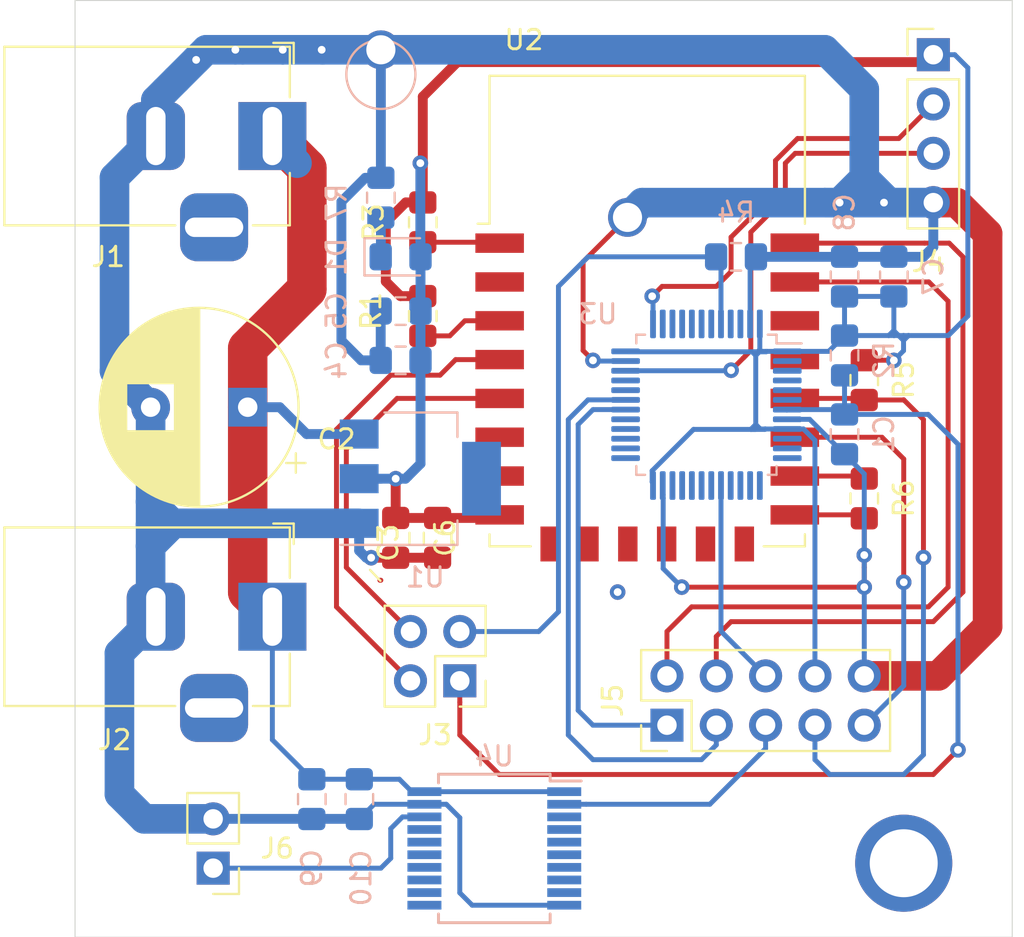
<source format=kicad_pcb>
(kicad_pcb (version 20171130) (host pcbnew "(5.1.0)-1")

  (general
    (thickness 1.6)
    (drawings 6)
    (tracks 358)
    (zones 0)
    (modules 28)
    (nets 80)
  )

  (page A4)
  (layers
    (0 F.Cu signal)
    (31 B.Cu signal)
    (32 B.Adhes user)
    (33 F.Adhes user)
    (34 B.Paste user)
    (35 F.Paste user)
    (36 B.SilkS user)
    (37 F.SilkS user)
    (38 B.Mask user)
    (39 F.Mask user)
    (40 Dwgs.User user)
    (41 Cmts.User user hide)
    (42 Eco1.User user hide)
    (43 Eco2.User user hide)
    (44 Edge.Cuts user)
    (45 Margin user hide)
    (46 B.CrtYd user hide)
    (47 F.CrtYd user)
    (48 B.Fab user hide)
    (49 F.Fab user)
  )

  (setup
    (last_trace_width 0.254)
    (user_trace_width 0.254)
    (user_trace_width 0.508)
    (user_trace_width 1.524)
    (user_trace_width 2.032)
    (trace_clearance 0.2)
    (zone_clearance 0.508)
    (zone_45_only no)
    (trace_min 0.2)
    (via_size 0.8)
    (via_drill 0.4)
    (via_min_size 0.4)
    (via_min_drill 0.3)
    (user_via 2 1.5)
    (user_via 5 3.5)
    (uvia_size 0.3)
    (uvia_drill 0.1)
    (uvias_allowed no)
    (uvia_min_size 0.2)
    (uvia_min_drill 0.1)
    (edge_width 0.05)
    (segment_width 0.2)
    (pcb_text_width 0.3)
    (pcb_text_size 1.5 1.5)
    (mod_edge_width 0.12)
    (mod_text_size 1 1)
    (mod_text_width 0.15)
    (pad_size 2 2)
    (pad_drill 0)
    (pad_to_mask_clearance 0.051)
    (solder_mask_min_width 0.25)
    (aux_axis_origin 0 0)
    (visible_elements FFFFFF7F)
    (pcbplotparams
      (layerselection 0x010fc_ffffffff)
      (usegerberextensions false)
      (usegerberattributes false)
      (usegerberadvancedattributes false)
      (creategerberjobfile false)
      (excludeedgelayer true)
      (linewidth 0.100000)
      (plotframeref false)
      (viasonmask false)
      (mode 1)
      (useauxorigin false)
      (hpglpennumber 1)
      (hpglpenspeed 20)
      (hpglpendiameter 15.000000)
      (psnegative false)
      (psa4output false)
      (plotreference true)
      (plotvalue true)
      (plotinvisibletext false)
      (padsonsilk false)
      (subtractmaskfromsilk false)
      (outputformat 1)
      (mirror false)
      (drillshape 1)
      (scaleselection 1)
      (outputdirectory ""))
  )

  (net 0 "")
  (net 1 /NRST)
  (net 2 0)
  (net 3 +5V)
  (net 4 +3V3)
  (net 5 "Net-(D1-Pad1)")
  (net 6 /GPIO14)
  (net 7 /BOOT0)
  (net 8 /GPIO16)
  (net 9 /SWDIO)
  (net 10 /SWCLK)
  (net 11 "Net-(J6-Pad1)")
  (net 12 /TXD)
  (net 13 /RXD)
  (net 14 "Net-(R1-Pad2)")
  (net 15 /GPIO0)
  (net 16 /GPIO2)
  (net 17 /USART1_TX)
  (net 18 /USART1_RX)
  (net 19 "Net-(R3-Pad2)")
  (net 20 "Net-(R6-Pad1)")
  (net 21 "Net-(U2-Pad2)")
  (net 22 "Net-(U2-Pad6)")
  (net 23 "Net-(U2-Pad7)")
  (net 24 "Net-(U2-Pad9)")
  (net 25 "Net-(U2-Pad10)")
  (net 26 "Net-(U2-Pad11)")
  (net 27 "Net-(U2-Pad12)")
  (net 28 "Net-(U2-Pad13)")
  (net 29 "Net-(U2-Pad14)")
  (net 30 "Net-(U2-Pad19)")
  (net 31 "Net-(U2-Pad20)")
  (net 32 "Net-(U3-Pad2)")
  (net 33 "Net-(U3-Pad3)")
  (net 34 "Net-(U3-Pad4)")
  (net 35 "Net-(U3-Pad5)")
  (net 36 "Net-(U3-Pad6)")
  (net 37 "Net-(U3-Pad10)")
  (net 38 "Net-(U3-Pad11)")
  (net 39 "Net-(U3-Pad14)")
  (net 40 "Net-(U3-Pad15)")
  (net 41 "Net-(U3-Pad16)")
  (net 42 "Net-(U3-Pad18)")
  (net 43 "Net-(U3-Pad19)")
  (net 44 "Net-(U3-Pad20)")
  (net 45 "Net-(U3-Pad21)")
  (net 46 "Net-(U3-Pad22)")
  (net 47 "Net-(U3-Pad25)")
  (net 48 "Net-(U3-Pad26)")
  (net 49 "Net-(U3-Pad27)")
  (net 50 "Net-(U3-Pad28)")
  (net 51 "Net-(U3-Pad29)")
  (net 52 "Net-(U3-Pad32)")
  (net 53 "Net-(U3-Pad33)")
  (net 54 "Net-(U3-Pad38)")
  (net 55 "Net-(U3-Pad39)")
  (net 56 "Net-(U3-Pad40)")
  (net 57 "Net-(U3-Pad41)")
  (net 58 "Net-(U3-Pad42)")
  (net 59 "Net-(U3-Pad43)")
  (net 60 "Net-(U3-Pad45)")
  (net 61 "Net-(U3-Pad46)")
  (net 62 "Net-(U4-Pad3)")
  (net 63 "Net-(U4-Pad4)")
  (net 64 "Net-(U4-Pad5)")
  (net 65 "Net-(U4-Pad6)")
  (net 66 "Net-(U4-Pad7)")
  (net 67 "Net-(U4-Pad8)")
  (net 68 "Net-(U4-Pad9)")
  (net 69 "Net-(U4-Pad11)")
  (net 70 "Net-(U4-Pad12)")
  (net 71 "Net-(U4-Pad13)")
  (net 72 "Net-(U4-Pad14)")
  (net 73 "Net-(U4-Pad15)")
  (net 74 "Net-(U4-Pad16)")
  (net 75 "Net-(U4-Pad17)")
  (net 76 "Net-(U3-Pad12)")
  (net 77 "Net-(U3-Pad13)")
  (net 78 /DATA_OUT)
  (net 79 /DATA_IN)

  (net_class Default 这是默认网络类。
    (clearance 0.2)
    (trace_width 0.25)
    (via_dia 0.8)
    (via_drill 0.4)
    (uvia_dia 0.3)
    (uvia_drill 0.1)
    (add_net +3V3)
    (add_net +5V)
    (add_net /BOOT0)
    (add_net /DATA_IN)
    (add_net /DATA_OUT)
    (add_net /GPIO0)
    (add_net /GPIO14)
    (add_net /GPIO16)
    (add_net /GPIO2)
    (add_net /NRST)
    (add_net /RXD)
    (add_net /SWCLK)
    (add_net /SWDIO)
    (add_net /TXD)
    (add_net /USART1_RX)
    (add_net /USART1_TX)
    (add_net 0)
    (add_net "Net-(D1-Pad1)")
    (add_net "Net-(J6-Pad1)")
    (add_net "Net-(R1-Pad2)")
    (add_net "Net-(R3-Pad2)")
    (add_net "Net-(R6-Pad1)")
    (add_net "Net-(U2-Pad10)")
    (add_net "Net-(U2-Pad11)")
    (add_net "Net-(U2-Pad12)")
    (add_net "Net-(U2-Pad13)")
    (add_net "Net-(U2-Pad14)")
    (add_net "Net-(U2-Pad19)")
    (add_net "Net-(U2-Pad2)")
    (add_net "Net-(U2-Pad20)")
    (add_net "Net-(U2-Pad6)")
    (add_net "Net-(U2-Pad7)")
    (add_net "Net-(U2-Pad9)")
    (add_net "Net-(U3-Pad10)")
    (add_net "Net-(U3-Pad11)")
    (add_net "Net-(U3-Pad12)")
    (add_net "Net-(U3-Pad13)")
    (add_net "Net-(U3-Pad14)")
    (add_net "Net-(U3-Pad15)")
    (add_net "Net-(U3-Pad16)")
    (add_net "Net-(U3-Pad18)")
    (add_net "Net-(U3-Pad19)")
    (add_net "Net-(U3-Pad2)")
    (add_net "Net-(U3-Pad20)")
    (add_net "Net-(U3-Pad21)")
    (add_net "Net-(U3-Pad22)")
    (add_net "Net-(U3-Pad25)")
    (add_net "Net-(U3-Pad26)")
    (add_net "Net-(U3-Pad27)")
    (add_net "Net-(U3-Pad28)")
    (add_net "Net-(U3-Pad29)")
    (add_net "Net-(U3-Pad3)")
    (add_net "Net-(U3-Pad32)")
    (add_net "Net-(U3-Pad33)")
    (add_net "Net-(U3-Pad38)")
    (add_net "Net-(U3-Pad39)")
    (add_net "Net-(U3-Pad4)")
    (add_net "Net-(U3-Pad40)")
    (add_net "Net-(U3-Pad41)")
    (add_net "Net-(U3-Pad42)")
    (add_net "Net-(U3-Pad43)")
    (add_net "Net-(U3-Pad45)")
    (add_net "Net-(U3-Pad46)")
    (add_net "Net-(U3-Pad5)")
    (add_net "Net-(U3-Pad6)")
    (add_net "Net-(U4-Pad11)")
    (add_net "Net-(U4-Pad12)")
    (add_net "Net-(U4-Pad13)")
    (add_net "Net-(U4-Pad14)")
    (add_net "Net-(U4-Pad15)")
    (add_net "Net-(U4-Pad16)")
    (add_net "Net-(U4-Pad17)")
    (add_net "Net-(U4-Pad3)")
    (add_net "Net-(U4-Pad4)")
    (add_net "Net-(U4-Pad5)")
    (add_net "Net-(U4-Pad6)")
    (add_net "Net-(U4-Pad7)")
    (add_net "Net-(U4-Pad8)")
    (add_net "Net-(U4-Pad9)")
  )

  (module Package_QFP:LQFP-48_7x7mm_P0.5mm (layer B.Cu) (tedit 5C18330E) (tstamp 5CC1CD32)
    (at 83.312 46.228 180)
    (descr "LQFP, 48 Pin (https://www.analog.com/media/en/technical-documentation/data-sheets/ltc2358-16.pdf), generated with kicad-footprint-generator ipc_gullwing_generator.py")
    (tags "LQFP QFP")
    (path /5CBD2CC1)
    (attr smd)
    (fp_text reference U3 (at 5.588 4.6705 180) (layer B.SilkS)
      (effects (font (size 1 1) (thickness 0.15)) (justify mirror))
    )
    (fp_text value STM32F103C8Tx (at 0 -5.85 180) (layer B.Fab)
      (effects (font (size 1 1) (thickness 0.15)) (justify mirror))
    )
    (fp_line (start 3.16 -3.61) (end 3.61 -3.61) (layer B.SilkS) (width 0.12))
    (fp_line (start 3.61 -3.61) (end 3.61 -3.16) (layer B.SilkS) (width 0.12))
    (fp_line (start -3.16 -3.61) (end -3.61 -3.61) (layer B.SilkS) (width 0.12))
    (fp_line (start -3.61 -3.61) (end -3.61 -3.16) (layer B.SilkS) (width 0.12))
    (fp_line (start 3.16 3.61) (end 3.61 3.61) (layer B.SilkS) (width 0.12))
    (fp_line (start 3.61 3.61) (end 3.61 3.16) (layer B.SilkS) (width 0.12))
    (fp_line (start -3.16 3.61) (end -3.61 3.61) (layer B.SilkS) (width 0.12))
    (fp_line (start -3.61 3.61) (end -3.61 3.16) (layer B.SilkS) (width 0.12))
    (fp_line (start -3.61 3.16) (end -4.9 3.16) (layer B.SilkS) (width 0.12))
    (fp_line (start -2.5 3.5) (end 3.5 3.5) (layer B.Fab) (width 0.1))
    (fp_line (start 3.5 3.5) (end 3.5 -3.5) (layer B.Fab) (width 0.1))
    (fp_line (start 3.5 -3.5) (end -3.5 -3.5) (layer B.Fab) (width 0.1))
    (fp_line (start -3.5 -3.5) (end -3.5 2.5) (layer B.Fab) (width 0.1))
    (fp_line (start -3.5 2.5) (end -2.5 3.5) (layer B.Fab) (width 0.1))
    (fp_line (start 0 5.15) (end -3.15 5.15) (layer B.CrtYd) (width 0.05))
    (fp_line (start -3.15 5.15) (end -3.15 3.75) (layer B.CrtYd) (width 0.05))
    (fp_line (start -3.15 3.75) (end -3.75 3.75) (layer B.CrtYd) (width 0.05))
    (fp_line (start -3.75 3.75) (end -3.75 3.15) (layer B.CrtYd) (width 0.05))
    (fp_line (start -3.75 3.15) (end -5.15 3.15) (layer B.CrtYd) (width 0.05))
    (fp_line (start -5.15 3.15) (end -5.15 0) (layer B.CrtYd) (width 0.05))
    (fp_line (start 0 5.15) (end 3.15 5.15) (layer B.CrtYd) (width 0.05))
    (fp_line (start 3.15 5.15) (end 3.15 3.75) (layer B.CrtYd) (width 0.05))
    (fp_line (start 3.15 3.75) (end 3.75 3.75) (layer B.CrtYd) (width 0.05))
    (fp_line (start 3.75 3.75) (end 3.75 3.15) (layer B.CrtYd) (width 0.05))
    (fp_line (start 3.75 3.15) (end 5.15 3.15) (layer B.CrtYd) (width 0.05))
    (fp_line (start 5.15 3.15) (end 5.15 0) (layer B.CrtYd) (width 0.05))
    (fp_line (start 0 -5.15) (end -3.15 -5.15) (layer B.CrtYd) (width 0.05))
    (fp_line (start -3.15 -5.15) (end -3.15 -3.75) (layer B.CrtYd) (width 0.05))
    (fp_line (start -3.15 -3.75) (end -3.75 -3.75) (layer B.CrtYd) (width 0.05))
    (fp_line (start -3.75 -3.75) (end -3.75 -3.15) (layer B.CrtYd) (width 0.05))
    (fp_line (start -3.75 -3.15) (end -5.15 -3.15) (layer B.CrtYd) (width 0.05))
    (fp_line (start -5.15 -3.15) (end -5.15 0) (layer B.CrtYd) (width 0.05))
    (fp_line (start 0 -5.15) (end 3.15 -5.15) (layer B.CrtYd) (width 0.05))
    (fp_line (start 3.15 -5.15) (end 3.15 -3.75) (layer B.CrtYd) (width 0.05))
    (fp_line (start 3.15 -3.75) (end 3.75 -3.75) (layer B.CrtYd) (width 0.05))
    (fp_line (start 3.75 -3.75) (end 3.75 -3.15) (layer B.CrtYd) (width 0.05))
    (fp_line (start 3.75 -3.15) (end 5.15 -3.15) (layer B.CrtYd) (width 0.05))
    (fp_line (start 5.15 -3.15) (end 5.15 0) (layer B.CrtYd) (width 0.05))
    (fp_text user %R (at 0 0 180) (layer B.Fab)
      (effects (font (size 1 1) (thickness 0.15)) (justify mirror))
    )
    (pad 1 smd roundrect (at -4.1625 2.75 180) (size 1.475 0.3) (layers B.Cu B.Paste B.Mask) (roundrect_rratio 0.25)
      (net 4 +3V3))
    (pad 2 smd roundrect (at -4.1625 2.25 180) (size 1.475 0.3) (layers B.Cu B.Paste B.Mask) (roundrect_rratio 0.25)
      (net 32 "Net-(U3-Pad2)"))
    (pad 3 smd roundrect (at -4.1625 1.75 180) (size 1.475 0.3) (layers B.Cu B.Paste B.Mask) (roundrect_rratio 0.25)
      (net 33 "Net-(U3-Pad3)"))
    (pad 4 smd roundrect (at -4.1625 1.25 180) (size 1.475 0.3) (layers B.Cu B.Paste B.Mask) (roundrect_rratio 0.25)
      (net 34 "Net-(U3-Pad4)"))
    (pad 5 smd roundrect (at -4.1625 0.75 180) (size 1.475 0.3) (layers B.Cu B.Paste B.Mask) (roundrect_rratio 0.25)
      (net 35 "Net-(U3-Pad5)"))
    (pad 6 smd roundrect (at -4.1625 0.25 180) (size 1.475 0.3) (layers B.Cu B.Paste B.Mask) (roundrect_rratio 0.25)
      (net 36 "Net-(U3-Pad6)"))
    (pad 7 smd roundrect (at -4.1625 -0.25 180) (size 1.475 0.3) (layers B.Cu B.Paste B.Mask) (roundrect_rratio 0.25)
      (net 1 /NRST))
    (pad 8 smd roundrect (at -4.1625 -0.75 180) (size 1.475 0.3) (layers B.Cu B.Paste B.Mask) (roundrect_rratio 0.25)
      (net 2 0))
    (pad 9 smd roundrect (at -4.1625 -1.25 180) (size 1.475 0.3) (layers B.Cu B.Paste B.Mask) (roundrect_rratio 0.25)
      (net 4 +3V3))
    (pad 10 smd roundrect (at -4.1625 -1.75 180) (size 1.475 0.3) (layers B.Cu B.Paste B.Mask) (roundrect_rratio 0.25)
      (net 37 "Net-(U3-Pad10)"))
    (pad 11 smd roundrect (at -4.1625 -2.25 180) (size 1.475 0.3) (layers B.Cu B.Paste B.Mask) (roundrect_rratio 0.25)
      (net 38 "Net-(U3-Pad11)"))
    (pad 12 smd roundrect (at -4.1625 -2.75 180) (size 1.475 0.3) (layers B.Cu B.Paste B.Mask) (roundrect_rratio 0.25)
      (net 76 "Net-(U3-Pad12)"))
    (pad 13 smd roundrect (at -2.75 -4.1625 180) (size 0.3 1.475) (layers B.Cu B.Paste B.Mask) (roundrect_rratio 0.25)
      (net 77 "Net-(U3-Pad13)"))
    (pad 14 smd roundrect (at -2.25 -4.1625 180) (size 0.3 1.475) (layers B.Cu B.Paste B.Mask) (roundrect_rratio 0.25)
      (net 39 "Net-(U3-Pad14)"))
    (pad 15 smd roundrect (at -1.75 -4.1625 180) (size 0.3 1.475) (layers B.Cu B.Paste B.Mask) (roundrect_rratio 0.25)
      (net 40 "Net-(U3-Pad15)"))
    (pad 16 smd roundrect (at -1.25 -4.1625 180) (size 0.3 1.475) (layers B.Cu B.Paste B.Mask) (roundrect_rratio 0.25)
      (net 41 "Net-(U3-Pad16)"))
    (pad 17 smd roundrect (at -0.75 -4.1625 180) (size 0.3 1.475) (layers B.Cu B.Paste B.Mask) (roundrect_rratio 0.25)
      (net 79 /DATA_IN))
    (pad 18 smd roundrect (at -0.25 -4.1625 180) (size 0.3 1.475) (layers B.Cu B.Paste B.Mask) (roundrect_rratio 0.25)
      (net 42 "Net-(U3-Pad18)"))
    (pad 19 smd roundrect (at 0.25 -4.1625 180) (size 0.3 1.475) (layers B.Cu B.Paste B.Mask) (roundrect_rratio 0.25)
      (net 43 "Net-(U3-Pad19)"))
    (pad 20 smd roundrect (at 0.75 -4.1625 180) (size 0.3 1.475) (layers B.Cu B.Paste B.Mask) (roundrect_rratio 0.25)
      (net 44 "Net-(U3-Pad20)"))
    (pad 21 smd roundrect (at 1.25 -4.1625 180) (size 0.3 1.475) (layers B.Cu B.Paste B.Mask) (roundrect_rratio 0.25)
      (net 45 "Net-(U3-Pad21)"))
    (pad 22 smd roundrect (at 1.75 -4.1625 180) (size 0.3 1.475) (layers B.Cu B.Paste B.Mask) (roundrect_rratio 0.25)
      (net 46 "Net-(U3-Pad22)"))
    (pad 23 smd roundrect (at 2.25 -4.1625 180) (size 0.3 1.475) (layers B.Cu B.Paste B.Mask) (roundrect_rratio 0.25)
      (net 2 0))
    (pad 24 smd roundrect (at 2.75 -4.1625 180) (size 0.3 1.475) (layers B.Cu B.Paste B.Mask) (roundrect_rratio 0.25)
      (net 4 +3V3))
    (pad 25 smd roundrect (at 4.1625 -2.75 180) (size 1.475 0.3) (layers B.Cu B.Paste B.Mask) (roundrect_rratio 0.25)
      (net 47 "Net-(U3-Pad25)"))
    (pad 26 smd roundrect (at 4.1625 -2.25 180) (size 1.475 0.3) (layers B.Cu B.Paste B.Mask) (roundrect_rratio 0.25)
      (net 48 "Net-(U3-Pad26)"))
    (pad 27 smd roundrect (at 4.1625 -1.75 180) (size 1.475 0.3) (layers B.Cu B.Paste B.Mask) (roundrect_rratio 0.25)
      (net 49 "Net-(U3-Pad27)"))
    (pad 28 smd roundrect (at 4.1625 -1.25 180) (size 1.475 0.3) (layers B.Cu B.Paste B.Mask) (roundrect_rratio 0.25)
      (net 50 "Net-(U3-Pad28)"))
    (pad 29 smd roundrect (at 4.1625 -0.75 180) (size 1.475 0.3) (layers B.Cu B.Paste B.Mask) (roundrect_rratio 0.25)
      (net 51 "Net-(U3-Pad29)"))
    (pad 30 smd roundrect (at 4.1625 -0.25 180) (size 1.475 0.3) (layers B.Cu B.Paste B.Mask) (roundrect_rratio 0.25)
      (net 17 /USART1_TX))
    (pad 31 smd roundrect (at 4.1625 0.25 180) (size 1.475 0.3) (layers B.Cu B.Paste B.Mask) (roundrect_rratio 0.25)
      (net 18 /USART1_RX))
    (pad 32 smd roundrect (at 4.1625 0.75 180) (size 1.475 0.3) (layers B.Cu B.Paste B.Mask) (roundrect_rratio 0.25)
      (net 52 "Net-(U3-Pad32)"))
    (pad 33 smd roundrect (at 4.1625 1.25 180) (size 1.475 0.3) (layers B.Cu B.Paste B.Mask) (roundrect_rratio 0.25)
      (net 53 "Net-(U3-Pad33)"))
    (pad 34 smd roundrect (at 4.1625 1.75 180) (size 1.475 0.3) (layers B.Cu B.Paste B.Mask) (roundrect_rratio 0.25)
      (net 9 /SWDIO))
    (pad 35 smd roundrect (at 4.1625 2.25 180) (size 1.475 0.3) (layers B.Cu B.Paste B.Mask) (roundrect_rratio 0.25)
      (net 2 0))
    (pad 36 smd roundrect (at 4.1625 2.75 180) (size 1.475 0.3) (layers B.Cu B.Paste B.Mask) (roundrect_rratio 0.25)
      (net 4 +3V3))
    (pad 37 smd roundrect (at 2.75 4.1625 180) (size 0.3 1.475) (layers B.Cu B.Paste B.Mask) (roundrect_rratio 0.25)
      (net 10 /SWCLK))
    (pad 38 smd roundrect (at 2.25 4.1625 180) (size 0.3 1.475) (layers B.Cu B.Paste B.Mask) (roundrect_rratio 0.25)
      (net 54 "Net-(U3-Pad38)"))
    (pad 39 smd roundrect (at 1.75 4.1625 180) (size 0.3 1.475) (layers B.Cu B.Paste B.Mask) (roundrect_rratio 0.25)
      (net 55 "Net-(U3-Pad39)"))
    (pad 40 smd roundrect (at 1.25 4.1625 180) (size 0.3 1.475) (layers B.Cu B.Paste B.Mask) (roundrect_rratio 0.25)
      (net 56 "Net-(U3-Pad40)"))
    (pad 41 smd roundrect (at 0.75 4.1625 180) (size 0.3 1.475) (layers B.Cu B.Paste B.Mask) (roundrect_rratio 0.25)
      (net 57 "Net-(U3-Pad41)"))
    (pad 42 smd roundrect (at 0.25 4.1625 180) (size 0.3 1.475) (layers B.Cu B.Paste B.Mask) (roundrect_rratio 0.25)
      (net 58 "Net-(U3-Pad42)"))
    (pad 43 smd roundrect (at -0.25 4.1625 180) (size 0.3 1.475) (layers B.Cu B.Paste B.Mask) (roundrect_rratio 0.25)
      (net 59 "Net-(U3-Pad43)"))
    (pad 44 smd roundrect (at -0.75 4.1625 180) (size 0.3 1.475) (layers B.Cu B.Paste B.Mask) (roundrect_rratio 0.25)
      (net 7 /BOOT0))
    (pad 45 smd roundrect (at -1.25 4.1625 180) (size 0.3 1.475) (layers B.Cu B.Paste B.Mask) (roundrect_rratio 0.25)
      (net 60 "Net-(U3-Pad45)"))
    (pad 46 smd roundrect (at -1.75 4.1625 180) (size 0.3 1.475) (layers B.Cu B.Paste B.Mask) (roundrect_rratio 0.25)
      (net 61 "Net-(U3-Pad46)"))
    (pad 47 smd roundrect (at -2.25 4.1625 180) (size 0.3 1.475) (layers B.Cu B.Paste B.Mask) (roundrect_rratio 0.25)
      (net 2 0))
    (pad 48 smd roundrect (at -2.75 4.1625 180) (size 0.3 1.475) (layers B.Cu B.Paste B.Mask) (roundrect_rratio 0.25)
      (net 4 +3V3))
    (model ${KISYS3DMOD}/Package_QFP.3dshapes/LQFP-48_7x7mm_P0.5mm.wrl
      (at (xyz 0 0 0))
      (scale (xyz 1 1 1))
      (rotate (xyz 0 0 0))
    )
  )

  (module Connector_PinHeader_2.54mm:PinHeader_1x02_P2.54mm_Vertical (layer F.Cu) (tedit 59FED5CC) (tstamp 5CC1CBEF)
    (at 57.912 70.104 180)
    (descr "Through hole straight pin header, 1x02, 2.54mm pitch, single row")
    (tags "Through hole pin header THT 1x02 2.54mm single row")
    (path /5CBEA90E)
    (fp_text reference J6 (at -3.302 1.016 180) (layer F.SilkS)
      (effects (font (size 1 1) (thickness 0.15)))
    )
    (fp_text value Conn_01x02 (at 0 4.87 180) (layer F.Fab)
      (effects (font (size 1 1) (thickness 0.15)))
    )
    (fp_line (start -0.635 -1.27) (end 1.27 -1.27) (layer F.Fab) (width 0.1))
    (fp_line (start 1.27 -1.27) (end 1.27 3.81) (layer F.Fab) (width 0.1))
    (fp_line (start 1.27 3.81) (end -1.27 3.81) (layer F.Fab) (width 0.1))
    (fp_line (start -1.27 3.81) (end -1.27 -0.635) (layer F.Fab) (width 0.1))
    (fp_line (start -1.27 -0.635) (end -0.635 -1.27) (layer F.Fab) (width 0.1))
    (fp_line (start -1.33 3.87) (end 1.33 3.87) (layer F.SilkS) (width 0.12))
    (fp_line (start -1.33 1.27) (end -1.33 3.87) (layer F.SilkS) (width 0.12))
    (fp_line (start 1.33 1.27) (end 1.33 3.87) (layer F.SilkS) (width 0.12))
    (fp_line (start -1.33 1.27) (end 1.33 1.27) (layer F.SilkS) (width 0.12))
    (fp_line (start -1.33 0) (end -1.33 -1.33) (layer F.SilkS) (width 0.12))
    (fp_line (start -1.33 -1.33) (end 0 -1.33) (layer F.SilkS) (width 0.12))
    (fp_line (start -1.8 -1.8) (end -1.8 4.35) (layer F.CrtYd) (width 0.05))
    (fp_line (start -1.8 4.35) (end 1.8 4.35) (layer F.CrtYd) (width 0.05))
    (fp_line (start 1.8 4.35) (end 1.8 -1.8) (layer F.CrtYd) (width 0.05))
    (fp_line (start 1.8 -1.8) (end -1.8 -1.8) (layer F.CrtYd) (width 0.05))
    (fp_text user %R (at 0 1.27 270) (layer F.Fab)
      (effects (font (size 1 1) (thickness 0.15)))
    )
    (pad 1 thru_hole rect (at 0 0 180) (size 1.7 1.7) (drill 1) (layers *.Cu *.Mask)
      (net 11 "Net-(J6-Pad1)"))
    (pad 2 thru_hole oval (at 0 2.54 180) (size 1.7 1.7) (drill 1) (layers *.Cu *.Mask)
      (net 2 0))
    (model ${KISYS3DMOD}/Connector_PinHeader_2.54mm.3dshapes/PinHeader_1x02_P2.54mm_Vertical.wrl
      (at (xyz 0 0 0))
      (scale (xyz 1 1 1))
      (rotate (xyz 0 0 0))
    )
  )

  (module Capacitor_SMD:C_0805_2012Metric_Pad1.15x1.40mm_HandSolder (layer B.Cu) (tedit 5B36C52B) (tstamp 5CC1C9DC)
    (at 90.424 47.752 270)
    (descr "Capacitor SMD 0805 (2012 Metric), square (rectangular) end terminal, IPC_7351 nominal with elongated pad for handsoldering. (Body size source: https://docs.google.com/spreadsheets/d/1BsfQQcO9C6DZCsRaXUlFlo91Tg2WpOkGARC1WS5S8t0/edit?usp=sharing), generated with kicad-footprint-generator")
    (tags "capacitor handsolder")
    (path /5CBFA76B)
    (attr smd)
    (fp_text reference C1 (at 0 -2.032 270) (layer B.SilkS)
      (effects (font (size 1 1) (thickness 0.15)) (justify mirror))
    )
    (fp_text value 0.1uF (at 0 -1.65 270) (layer B.Fab)
      (effects (font (size 1 1) (thickness 0.15)) (justify mirror))
    )
    (fp_line (start -1 -0.6) (end -1 0.6) (layer B.Fab) (width 0.1))
    (fp_line (start -1 0.6) (end 1 0.6) (layer B.Fab) (width 0.1))
    (fp_line (start 1 0.6) (end 1 -0.6) (layer B.Fab) (width 0.1))
    (fp_line (start 1 -0.6) (end -1 -0.6) (layer B.Fab) (width 0.1))
    (fp_line (start -0.261252 0.71) (end 0.261252 0.71) (layer B.SilkS) (width 0.12))
    (fp_line (start -0.261252 -0.71) (end 0.261252 -0.71) (layer B.SilkS) (width 0.12))
    (fp_line (start -1.85 -0.95) (end -1.85 0.95) (layer B.CrtYd) (width 0.05))
    (fp_line (start -1.85 0.95) (end 1.85 0.95) (layer B.CrtYd) (width 0.05))
    (fp_line (start 1.85 0.95) (end 1.85 -0.95) (layer B.CrtYd) (width 0.05))
    (fp_line (start 1.85 -0.95) (end -1.85 -0.95) (layer B.CrtYd) (width 0.05))
    (fp_text user %R (at 0 0 270) (layer B.Fab)
      (effects (font (size 0.5 0.5) (thickness 0.08)) (justify mirror))
    )
    (pad 1 smd roundrect (at -1.025 0 270) (size 1.15 1.4) (layers B.Cu B.Paste B.Mask) (roundrect_rratio 0.217391)
      (net 1 /NRST))
    (pad 2 smd roundrect (at 1.025 0 270) (size 1.15 1.4) (layers B.Cu B.Paste B.Mask) (roundrect_rratio 0.217391)
      (net 2 0))
    (model ${KISYS3DMOD}/Capacitor_SMD.3dshapes/C_0805_2012Metric.wrl
      (at (xyz 0 0 0))
      (scale (xyz 1 1 1))
      (rotate (xyz 0 0 0))
    )
  )

  (module Capacitor_THT:CP_Radial_D10.0mm_P5.00mm (layer F.Cu) (tedit 5AE50EF1) (tstamp 5CC1DB9C)
    (at 59.69 46.355 180)
    (descr "CP, Radial series, Radial, pin pitch=5.00mm, , diameter=10mm, Electrolytic Capacitor")
    (tags "CP Radial series Radial pin pitch 5.00mm  diameter 10mm Electrolytic Capacitor")
    (path /5CC0CE3B)
    (fp_text reference C2 (at -4.572 -1.651) (layer F.SilkS)
      (effects (font (size 1 1) (thickness 0.15)))
    )
    (fp_text value 470uF (at 2.5 6.25 180) (layer F.Fab)
      (effects (font (size 1 1) (thickness 0.15)))
    )
    (fp_circle (center 2.5 0) (end 7.5 0) (layer F.Fab) (width 0.1))
    (fp_circle (center 2.5 0) (end 7.62 0) (layer F.SilkS) (width 0.12))
    (fp_circle (center 2.5 0) (end 7.75 0) (layer F.CrtYd) (width 0.05))
    (fp_line (start -1.788861 -2.1875) (end -0.788861 -2.1875) (layer F.Fab) (width 0.1))
    (fp_line (start -1.288861 -2.6875) (end -1.288861 -1.6875) (layer F.Fab) (width 0.1))
    (fp_line (start 2.5 -5.08) (end 2.5 5.08) (layer F.SilkS) (width 0.12))
    (fp_line (start 2.54 -5.08) (end 2.54 5.08) (layer F.SilkS) (width 0.12))
    (fp_line (start 2.58 -5.08) (end 2.58 5.08) (layer F.SilkS) (width 0.12))
    (fp_line (start 2.62 -5.079) (end 2.62 5.079) (layer F.SilkS) (width 0.12))
    (fp_line (start 2.66 -5.078) (end 2.66 5.078) (layer F.SilkS) (width 0.12))
    (fp_line (start 2.7 -5.077) (end 2.7 5.077) (layer F.SilkS) (width 0.12))
    (fp_line (start 2.74 -5.075) (end 2.74 5.075) (layer F.SilkS) (width 0.12))
    (fp_line (start 2.78 -5.073) (end 2.78 5.073) (layer F.SilkS) (width 0.12))
    (fp_line (start 2.82 -5.07) (end 2.82 5.07) (layer F.SilkS) (width 0.12))
    (fp_line (start 2.86 -5.068) (end 2.86 5.068) (layer F.SilkS) (width 0.12))
    (fp_line (start 2.9 -5.065) (end 2.9 5.065) (layer F.SilkS) (width 0.12))
    (fp_line (start 2.94 -5.062) (end 2.94 5.062) (layer F.SilkS) (width 0.12))
    (fp_line (start 2.98 -5.058) (end 2.98 5.058) (layer F.SilkS) (width 0.12))
    (fp_line (start 3.02 -5.054) (end 3.02 5.054) (layer F.SilkS) (width 0.12))
    (fp_line (start 3.06 -5.05) (end 3.06 5.05) (layer F.SilkS) (width 0.12))
    (fp_line (start 3.1 -5.045) (end 3.1 5.045) (layer F.SilkS) (width 0.12))
    (fp_line (start 3.14 -5.04) (end 3.14 5.04) (layer F.SilkS) (width 0.12))
    (fp_line (start 3.18 -5.035) (end 3.18 5.035) (layer F.SilkS) (width 0.12))
    (fp_line (start 3.221 -5.03) (end 3.221 5.03) (layer F.SilkS) (width 0.12))
    (fp_line (start 3.261 -5.024) (end 3.261 5.024) (layer F.SilkS) (width 0.12))
    (fp_line (start 3.301 -5.018) (end 3.301 5.018) (layer F.SilkS) (width 0.12))
    (fp_line (start 3.341 -5.011) (end 3.341 5.011) (layer F.SilkS) (width 0.12))
    (fp_line (start 3.381 -5.004) (end 3.381 5.004) (layer F.SilkS) (width 0.12))
    (fp_line (start 3.421 -4.997) (end 3.421 4.997) (layer F.SilkS) (width 0.12))
    (fp_line (start 3.461 -4.99) (end 3.461 4.99) (layer F.SilkS) (width 0.12))
    (fp_line (start 3.501 -4.982) (end 3.501 4.982) (layer F.SilkS) (width 0.12))
    (fp_line (start 3.541 -4.974) (end 3.541 4.974) (layer F.SilkS) (width 0.12))
    (fp_line (start 3.581 -4.965) (end 3.581 4.965) (layer F.SilkS) (width 0.12))
    (fp_line (start 3.621 -4.956) (end 3.621 4.956) (layer F.SilkS) (width 0.12))
    (fp_line (start 3.661 -4.947) (end 3.661 4.947) (layer F.SilkS) (width 0.12))
    (fp_line (start 3.701 -4.938) (end 3.701 4.938) (layer F.SilkS) (width 0.12))
    (fp_line (start 3.741 -4.928) (end 3.741 4.928) (layer F.SilkS) (width 0.12))
    (fp_line (start 3.781 -4.918) (end 3.781 -1.241) (layer F.SilkS) (width 0.12))
    (fp_line (start 3.781 1.241) (end 3.781 4.918) (layer F.SilkS) (width 0.12))
    (fp_line (start 3.821 -4.907) (end 3.821 -1.241) (layer F.SilkS) (width 0.12))
    (fp_line (start 3.821 1.241) (end 3.821 4.907) (layer F.SilkS) (width 0.12))
    (fp_line (start 3.861 -4.897) (end 3.861 -1.241) (layer F.SilkS) (width 0.12))
    (fp_line (start 3.861 1.241) (end 3.861 4.897) (layer F.SilkS) (width 0.12))
    (fp_line (start 3.901 -4.885) (end 3.901 -1.241) (layer F.SilkS) (width 0.12))
    (fp_line (start 3.901 1.241) (end 3.901 4.885) (layer F.SilkS) (width 0.12))
    (fp_line (start 3.941 -4.874) (end 3.941 -1.241) (layer F.SilkS) (width 0.12))
    (fp_line (start 3.941 1.241) (end 3.941 4.874) (layer F.SilkS) (width 0.12))
    (fp_line (start 3.981 -4.862) (end 3.981 -1.241) (layer F.SilkS) (width 0.12))
    (fp_line (start 3.981 1.241) (end 3.981 4.862) (layer F.SilkS) (width 0.12))
    (fp_line (start 4.021 -4.85) (end 4.021 -1.241) (layer F.SilkS) (width 0.12))
    (fp_line (start 4.021 1.241) (end 4.021 4.85) (layer F.SilkS) (width 0.12))
    (fp_line (start 4.061 -4.837) (end 4.061 -1.241) (layer F.SilkS) (width 0.12))
    (fp_line (start 4.061 1.241) (end 4.061 4.837) (layer F.SilkS) (width 0.12))
    (fp_line (start 4.101 -4.824) (end 4.101 -1.241) (layer F.SilkS) (width 0.12))
    (fp_line (start 4.101 1.241) (end 4.101 4.824) (layer F.SilkS) (width 0.12))
    (fp_line (start 4.141 -4.811) (end 4.141 -1.241) (layer F.SilkS) (width 0.12))
    (fp_line (start 4.141 1.241) (end 4.141 4.811) (layer F.SilkS) (width 0.12))
    (fp_line (start 4.181 -4.797) (end 4.181 -1.241) (layer F.SilkS) (width 0.12))
    (fp_line (start 4.181 1.241) (end 4.181 4.797) (layer F.SilkS) (width 0.12))
    (fp_line (start 4.221 -4.783) (end 4.221 -1.241) (layer F.SilkS) (width 0.12))
    (fp_line (start 4.221 1.241) (end 4.221 4.783) (layer F.SilkS) (width 0.12))
    (fp_line (start 4.261 -4.768) (end 4.261 -1.241) (layer F.SilkS) (width 0.12))
    (fp_line (start 4.261 1.241) (end 4.261 4.768) (layer F.SilkS) (width 0.12))
    (fp_line (start 4.301 -4.754) (end 4.301 -1.241) (layer F.SilkS) (width 0.12))
    (fp_line (start 4.301 1.241) (end 4.301 4.754) (layer F.SilkS) (width 0.12))
    (fp_line (start 4.341 -4.738) (end 4.341 -1.241) (layer F.SilkS) (width 0.12))
    (fp_line (start 4.341 1.241) (end 4.341 4.738) (layer F.SilkS) (width 0.12))
    (fp_line (start 4.381 -4.723) (end 4.381 -1.241) (layer F.SilkS) (width 0.12))
    (fp_line (start 4.381 1.241) (end 4.381 4.723) (layer F.SilkS) (width 0.12))
    (fp_line (start 4.421 -4.707) (end 4.421 -1.241) (layer F.SilkS) (width 0.12))
    (fp_line (start 4.421 1.241) (end 4.421 4.707) (layer F.SilkS) (width 0.12))
    (fp_line (start 4.461 -4.69) (end 4.461 -1.241) (layer F.SilkS) (width 0.12))
    (fp_line (start 4.461 1.241) (end 4.461 4.69) (layer F.SilkS) (width 0.12))
    (fp_line (start 4.501 -4.674) (end 4.501 -1.241) (layer F.SilkS) (width 0.12))
    (fp_line (start 4.501 1.241) (end 4.501 4.674) (layer F.SilkS) (width 0.12))
    (fp_line (start 4.541 -4.657) (end 4.541 -1.241) (layer F.SilkS) (width 0.12))
    (fp_line (start 4.541 1.241) (end 4.541 4.657) (layer F.SilkS) (width 0.12))
    (fp_line (start 4.581 -4.639) (end 4.581 -1.241) (layer F.SilkS) (width 0.12))
    (fp_line (start 4.581 1.241) (end 4.581 4.639) (layer F.SilkS) (width 0.12))
    (fp_line (start 4.621 -4.621) (end 4.621 -1.241) (layer F.SilkS) (width 0.12))
    (fp_line (start 4.621 1.241) (end 4.621 4.621) (layer F.SilkS) (width 0.12))
    (fp_line (start 4.661 -4.603) (end 4.661 -1.241) (layer F.SilkS) (width 0.12))
    (fp_line (start 4.661 1.241) (end 4.661 4.603) (layer F.SilkS) (width 0.12))
    (fp_line (start 4.701 -4.584) (end 4.701 -1.241) (layer F.SilkS) (width 0.12))
    (fp_line (start 4.701 1.241) (end 4.701 4.584) (layer F.SilkS) (width 0.12))
    (fp_line (start 4.741 -4.564) (end 4.741 -1.241) (layer F.SilkS) (width 0.12))
    (fp_line (start 4.741 1.241) (end 4.741 4.564) (layer F.SilkS) (width 0.12))
    (fp_line (start 4.781 -4.545) (end 4.781 -1.241) (layer F.SilkS) (width 0.12))
    (fp_line (start 4.781 1.241) (end 4.781 4.545) (layer F.SilkS) (width 0.12))
    (fp_line (start 4.821 -4.525) (end 4.821 -1.241) (layer F.SilkS) (width 0.12))
    (fp_line (start 4.821 1.241) (end 4.821 4.525) (layer F.SilkS) (width 0.12))
    (fp_line (start 4.861 -4.504) (end 4.861 -1.241) (layer F.SilkS) (width 0.12))
    (fp_line (start 4.861 1.241) (end 4.861 4.504) (layer F.SilkS) (width 0.12))
    (fp_line (start 4.901 -4.483) (end 4.901 -1.241) (layer F.SilkS) (width 0.12))
    (fp_line (start 4.901 1.241) (end 4.901 4.483) (layer F.SilkS) (width 0.12))
    (fp_line (start 4.941 -4.462) (end 4.941 -1.241) (layer F.SilkS) (width 0.12))
    (fp_line (start 4.941 1.241) (end 4.941 4.462) (layer F.SilkS) (width 0.12))
    (fp_line (start 4.981 -4.44) (end 4.981 -1.241) (layer F.SilkS) (width 0.12))
    (fp_line (start 4.981 1.241) (end 4.981 4.44) (layer F.SilkS) (width 0.12))
    (fp_line (start 5.021 -4.417) (end 5.021 -1.241) (layer F.SilkS) (width 0.12))
    (fp_line (start 5.021 1.241) (end 5.021 4.417) (layer F.SilkS) (width 0.12))
    (fp_line (start 5.061 -4.395) (end 5.061 -1.241) (layer F.SilkS) (width 0.12))
    (fp_line (start 5.061 1.241) (end 5.061 4.395) (layer F.SilkS) (width 0.12))
    (fp_line (start 5.101 -4.371) (end 5.101 -1.241) (layer F.SilkS) (width 0.12))
    (fp_line (start 5.101 1.241) (end 5.101 4.371) (layer F.SilkS) (width 0.12))
    (fp_line (start 5.141 -4.347) (end 5.141 -1.241) (layer F.SilkS) (width 0.12))
    (fp_line (start 5.141 1.241) (end 5.141 4.347) (layer F.SilkS) (width 0.12))
    (fp_line (start 5.181 -4.323) (end 5.181 -1.241) (layer F.SilkS) (width 0.12))
    (fp_line (start 5.181 1.241) (end 5.181 4.323) (layer F.SilkS) (width 0.12))
    (fp_line (start 5.221 -4.298) (end 5.221 -1.241) (layer F.SilkS) (width 0.12))
    (fp_line (start 5.221 1.241) (end 5.221 4.298) (layer F.SilkS) (width 0.12))
    (fp_line (start 5.261 -4.273) (end 5.261 -1.241) (layer F.SilkS) (width 0.12))
    (fp_line (start 5.261 1.241) (end 5.261 4.273) (layer F.SilkS) (width 0.12))
    (fp_line (start 5.301 -4.247) (end 5.301 -1.241) (layer F.SilkS) (width 0.12))
    (fp_line (start 5.301 1.241) (end 5.301 4.247) (layer F.SilkS) (width 0.12))
    (fp_line (start 5.341 -4.221) (end 5.341 -1.241) (layer F.SilkS) (width 0.12))
    (fp_line (start 5.341 1.241) (end 5.341 4.221) (layer F.SilkS) (width 0.12))
    (fp_line (start 5.381 -4.194) (end 5.381 -1.241) (layer F.SilkS) (width 0.12))
    (fp_line (start 5.381 1.241) (end 5.381 4.194) (layer F.SilkS) (width 0.12))
    (fp_line (start 5.421 -4.166) (end 5.421 -1.241) (layer F.SilkS) (width 0.12))
    (fp_line (start 5.421 1.241) (end 5.421 4.166) (layer F.SilkS) (width 0.12))
    (fp_line (start 5.461 -4.138) (end 5.461 -1.241) (layer F.SilkS) (width 0.12))
    (fp_line (start 5.461 1.241) (end 5.461 4.138) (layer F.SilkS) (width 0.12))
    (fp_line (start 5.501 -4.11) (end 5.501 -1.241) (layer F.SilkS) (width 0.12))
    (fp_line (start 5.501 1.241) (end 5.501 4.11) (layer F.SilkS) (width 0.12))
    (fp_line (start 5.541 -4.08) (end 5.541 -1.241) (layer F.SilkS) (width 0.12))
    (fp_line (start 5.541 1.241) (end 5.541 4.08) (layer F.SilkS) (width 0.12))
    (fp_line (start 5.581 -4.05) (end 5.581 -1.241) (layer F.SilkS) (width 0.12))
    (fp_line (start 5.581 1.241) (end 5.581 4.05) (layer F.SilkS) (width 0.12))
    (fp_line (start 5.621 -4.02) (end 5.621 -1.241) (layer F.SilkS) (width 0.12))
    (fp_line (start 5.621 1.241) (end 5.621 4.02) (layer F.SilkS) (width 0.12))
    (fp_line (start 5.661 -3.989) (end 5.661 -1.241) (layer F.SilkS) (width 0.12))
    (fp_line (start 5.661 1.241) (end 5.661 3.989) (layer F.SilkS) (width 0.12))
    (fp_line (start 5.701 -3.957) (end 5.701 -1.241) (layer F.SilkS) (width 0.12))
    (fp_line (start 5.701 1.241) (end 5.701 3.957) (layer F.SilkS) (width 0.12))
    (fp_line (start 5.741 -3.925) (end 5.741 -1.241) (layer F.SilkS) (width 0.12))
    (fp_line (start 5.741 1.241) (end 5.741 3.925) (layer F.SilkS) (width 0.12))
    (fp_line (start 5.781 -3.892) (end 5.781 -1.241) (layer F.SilkS) (width 0.12))
    (fp_line (start 5.781 1.241) (end 5.781 3.892) (layer F.SilkS) (width 0.12))
    (fp_line (start 5.821 -3.858) (end 5.821 -1.241) (layer F.SilkS) (width 0.12))
    (fp_line (start 5.821 1.241) (end 5.821 3.858) (layer F.SilkS) (width 0.12))
    (fp_line (start 5.861 -3.824) (end 5.861 -1.241) (layer F.SilkS) (width 0.12))
    (fp_line (start 5.861 1.241) (end 5.861 3.824) (layer F.SilkS) (width 0.12))
    (fp_line (start 5.901 -3.789) (end 5.901 -1.241) (layer F.SilkS) (width 0.12))
    (fp_line (start 5.901 1.241) (end 5.901 3.789) (layer F.SilkS) (width 0.12))
    (fp_line (start 5.941 -3.753) (end 5.941 -1.241) (layer F.SilkS) (width 0.12))
    (fp_line (start 5.941 1.241) (end 5.941 3.753) (layer F.SilkS) (width 0.12))
    (fp_line (start 5.981 -3.716) (end 5.981 -1.241) (layer F.SilkS) (width 0.12))
    (fp_line (start 5.981 1.241) (end 5.981 3.716) (layer F.SilkS) (width 0.12))
    (fp_line (start 6.021 -3.679) (end 6.021 -1.241) (layer F.SilkS) (width 0.12))
    (fp_line (start 6.021 1.241) (end 6.021 3.679) (layer F.SilkS) (width 0.12))
    (fp_line (start 6.061 -3.64) (end 6.061 -1.241) (layer F.SilkS) (width 0.12))
    (fp_line (start 6.061 1.241) (end 6.061 3.64) (layer F.SilkS) (width 0.12))
    (fp_line (start 6.101 -3.601) (end 6.101 -1.241) (layer F.SilkS) (width 0.12))
    (fp_line (start 6.101 1.241) (end 6.101 3.601) (layer F.SilkS) (width 0.12))
    (fp_line (start 6.141 -3.561) (end 6.141 -1.241) (layer F.SilkS) (width 0.12))
    (fp_line (start 6.141 1.241) (end 6.141 3.561) (layer F.SilkS) (width 0.12))
    (fp_line (start 6.181 -3.52) (end 6.181 -1.241) (layer F.SilkS) (width 0.12))
    (fp_line (start 6.181 1.241) (end 6.181 3.52) (layer F.SilkS) (width 0.12))
    (fp_line (start 6.221 -3.478) (end 6.221 -1.241) (layer F.SilkS) (width 0.12))
    (fp_line (start 6.221 1.241) (end 6.221 3.478) (layer F.SilkS) (width 0.12))
    (fp_line (start 6.261 -3.436) (end 6.261 3.436) (layer F.SilkS) (width 0.12))
    (fp_line (start 6.301 -3.392) (end 6.301 3.392) (layer F.SilkS) (width 0.12))
    (fp_line (start 6.341 -3.347) (end 6.341 3.347) (layer F.SilkS) (width 0.12))
    (fp_line (start 6.381 -3.301) (end 6.381 3.301) (layer F.SilkS) (width 0.12))
    (fp_line (start 6.421 -3.254) (end 6.421 3.254) (layer F.SilkS) (width 0.12))
    (fp_line (start 6.461 -3.206) (end 6.461 3.206) (layer F.SilkS) (width 0.12))
    (fp_line (start 6.501 -3.156) (end 6.501 3.156) (layer F.SilkS) (width 0.12))
    (fp_line (start 6.541 -3.106) (end 6.541 3.106) (layer F.SilkS) (width 0.12))
    (fp_line (start 6.581 -3.054) (end 6.581 3.054) (layer F.SilkS) (width 0.12))
    (fp_line (start 6.621 -3) (end 6.621 3) (layer F.SilkS) (width 0.12))
    (fp_line (start 6.661 -2.945) (end 6.661 2.945) (layer F.SilkS) (width 0.12))
    (fp_line (start 6.701 -2.889) (end 6.701 2.889) (layer F.SilkS) (width 0.12))
    (fp_line (start 6.741 -2.83) (end 6.741 2.83) (layer F.SilkS) (width 0.12))
    (fp_line (start 6.781 -2.77) (end 6.781 2.77) (layer F.SilkS) (width 0.12))
    (fp_line (start 6.821 -2.709) (end 6.821 2.709) (layer F.SilkS) (width 0.12))
    (fp_line (start 6.861 -2.645) (end 6.861 2.645) (layer F.SilkS) (width 0.12))
    (fp_line (start 6.901 -2.579) (end 6.901 2.579) (layer F.SilkS) (width 0.12))
    (fp_line (start 6.941 -2.51) (end 6.941 2.51) (layer F.SilkS) (width 0.12))
    (fp_line (start 6.981 -2.439) (end 6.981 2.439) (layer F.SilkS) (width 0.12))
    (fp_line (start 7.021 -2.365) (end 7.021 2.365) (layer F.SilkS) (width 0.12))
    (fp_line (start 7.061 -2.289) (end 7.061 2.289) (layer F.SilkS) (width 0.12))
    (fp_line (start 7.101 -2.209) (end 7.101 2.209) (layer F.SilkS) (width 0.12))
    (fp_line (start 7.141 -2.125) (end 7.141 2.125) (layer F.SilkS) (width 0.12))
    (fp_line (start 7.181 -2.037) (end 7.181 2.037) (layer F.SilkS) (width 0.12))
    (fp_line (start 7.221 -1.944) (end 7.221 1.944) (layer F.SilkS) (width 0.12))
    (fp_line (start 7.261 -1.846) (end 7.261 1.846) (layer F.SilkS) (width 0.12))
    (fp_line (start 7.301 -1.742) (end 7.301 1.742) (layer F.SilkS) (width 0.12))
    (fp_line (start 7.341 -1.63) (end 7.341 1.63) (layer F.SilkS) (width 0.12))
    (fp_line (start 7.381 -1.51) (end 7.381 1.51) (layer F.SilkS) (width 0.12))
    (fp_line (start 7.421 -1.378) (end 7.421 1.378) (layer F.SilkS) (width 0.12))
    (fp_line (start 7.461 -1.23) (end 7.461 1.23) (layer F.SilkS) (width 0.12))
    (fp_line (start 7.501 -1.062) (end 7.501 1.062) (layer F.SilkS) (width 0.12))
    (fp_line (start 7.541 -0.862) (end 7.541 0.862) (layer F.SilkS) (width 0.12))
    (fp_line (start 7.581 -0.599) (end 7.581 0.599) (layer F.SilkS) (width 0.12))
    (fp_line (start -2.979646 -2.875) (end -1.979646 -2.875) (layer F.SilkS) (width 0.12))
    (fp_line (start -2.479646 -3.375) (end -2.479646 -2.375) (layer F.SilkS) (width 0.12))
    (fp_text user %R (at 2.5 0 180) (layer F.Fab)
      (effects (font (size 1 1) (thickness 0.15)))
    )
    (pad 1 thru_hole rect (at 0 0 180) (size 2 2) (drill 1) (layers *.Cu *.Mask)
      (net 3 +5V))
    (pad 2 thru_hole circle (at 5 0 180) (size 2 2) (drill 1) (layers *.Cu *.Mask)
      (net 2 0))
    (model ${KISYS3DMOD}/Capacitor_THT.3dshapes/CP_Radial_D10.0mm_P5.00mm.wrl
      (at (xyz 0 0 0))
      (scale (xyz 1 1 1))
      (rotate (xyz 0 0 0))
    )
  )

  (module Capacitor_SMD:C_0805_2012Metric_Pad1.15x1.40mm_HandSolder (layer F.Cu) (tedit 5B36C52B) (tstamp 5CC1CAB9)
    (at 69.469 53.086 270)
    (descr "Capacitor SMD 0805 (2012 Metric), square (rectangular) end terminal, IPC_7351 nominal with elongated pad for handsoldering. (Body size source: https://docs.google.com/spreadsheets/d/1BsfQQcO9C6DZCsRaXUlFlo91Tg2WpOkGARC1WS5S8t0/edit?usp=sharing), generated with kicad-footprint-generator")
    (tags "capacitor handsolder")
    (path /5CCCF574)
    (attr smd)
    (fp_text reference C3 (at 0.254 2.54 270) (layer F.SilkS)
      (effects (font (size 1 1) (thickness 0.15)))
    )
    (fp_text value 10uF (at 0 1.65 270) (layer F.Fab)
      (effects (font (size 1 1) (thickness 0.15)))
    )
    (fp_text user %R (at 0 0 270) (layer F.Fab)
      (effects (font (size 0.5 0.5) (thickness 0.08)))
    )
    (fp_line (start 1.85 0.95) (end -1.85 0.95) (layer F.CrtYd) (width 0.05))
    (fp_line (start 1.85 -0.95) (end 1.85 0.95) (layer F.CrtYd) (width 0.05))
    (fp_line (start -1.85 -0.95) (end 1.85 -0.95) (layer F.CrtYd) (width 0.05))
    (fp_line (start -1.85 0.95) (end -1.85 -0.95) (layer F.CrtYd) (width 0.05))
    (fp_line (start -0.261252 0.71) (end 0.261252 0.71) (layer F.SilkS) (width 0.12))
    (fp_line (start -0.261252 -0.71) (end 0.261252 -0.71) (layer F.SilkS) (width 0.12))
    (fp_line (start 1 0.6) (end -1 0.6) (layer F.Fab) (width 0.1))
    (fp_line (start 1 -0.6) (end 1 0.6) (layer F.Fab) (width 0.1))
    (fp_line (start -1 -0.6) (end 1 -0.6) (layer F.Fab) (width 0.1))
    (fp_line (start -1 0.6) (end -1 -0.6) (layer F.Fab) (width 0.1))
    (pad 2 smd roundrect (at 1.025 0 270) (size 1.15 1.4) (layers F.Cu F.Paste F.Mask) (roundrect_rratio 0.217391)
      (net 2 0))
    (pad 1 smd roundrect (at -1.025 0 270) (size 1.15 1.4) (layers F.Cu F.Paste F.Mask) (roundrect_rratio 0.217391)
      (net 4 +3V3))
    (model ${KISYS3DMOD}/Capacitor_SMD.3dshapes/C_0805_2012Metric.wrl
      (at (xyz 0 0 0))
      (scale (xyz 1 1 1))
      (rotate (xyz 0 0 0))
    )
  )

  (module Capacitor_SMD:C_0805_2012Metric_Pad1.15x1.40mm_HandSolder (layer B.Cu) (tedit 5B36C52B) (tstamp 5CC1CACA)
    (at 67.564 43.942 180)
    (descr "Capacitor SMD 0805 (2012 Metric), square (rectangular) end terminal, IPC_7351 nominal with elongated pad for handsoldering. (Body size source: https://docs.google.com/spreadsheets/d/1BsfQQcO9C6DZCsRaXUlFlo91Tg2WpOkGARC1WS5S8t0/edit?usp=sharing), generated with kicad-footprint-generator")
    (tags "capacitor handsolder")
    (path /5CC0374B)
    (attr smd)
    (fp_text reference C4 (at 3.302 0 270) (layer B.SilkS)
      (effects (font (size 1 1) (thickness 0.15)) (justify mirror))
    )
    (fp_text value 10uF (at 0 -1.65 180) (layer B.Fab)
      (effects (font (size 1 1) (thickness 0.15)) (justify mirror))
    )
    (fp_text user %R (at 0 0 180) (layer B.Fab)
      (effects (font (size 0.5 0.5) (thickness 0.08)) (justify mirror))
    )
    (fp_line (start 1.85 -0.95) (end -1.85 -0.95) (layer B.CrtYd) (width 0.05))
    (fp_line (start 1.85 0.95) (end 1.85 -0.95) (layer B.CrtYd) (width 0.05))
    (fp_line (start -1.85 0.95) (end 1.85 0.95) (layer B.CrtYd) (width 0.05))
    (fp_line (start -1.85 -0.95) (end -1.85 0.95) (layer B.CrtYd) (width 0.05))
    (fp_line (start -0.261252 -0.71) (end 0.261252 -0.71) (layer B.SilkS) (width 0.12))
    (fp_line (start -0.261252 0.71) (end 0.261252 0.71) (layer B.SilkS) (width 0.12))
    (fp_line (start 1 -0.6) (end -1 -0.6) (layer B.Fab) (width 0.1))
    (fp_line (start 1 0.6) (end 1 -0.6) (layer B.Fab) (width 0.1))
    (fp_line (start -1 0.6) (end 1 0.6) (layer B.Fab) (width 0.1))
    (fp_line (start -1 -0.6) (end -1 0.6) (layer B.Fab) (width 0.1))
    (pad 2 smd roundrect (at 1.025 0 180) (size 1.15 1.4) (layers B.Cu B.Paste B.Mask) (roundrect_rratio 0.217391)
      (net 2 0))
    (pad 1 smd roundrect (at -1.025 0 180) (size 1.15 1.4) (layers B.Cu B.Paste B.Mask) (roundrect_rratio 0.217391)
      (net 4 +3V3))
    (model ${KISYS3DMOD}/Capacitor_SMD.3dshapes/C_0805_2012Metric.wrl
      (at (xyz 0 0 0))
      (scale (xyz 1 1 1))
      (rotate (xyz 0 0 0))
    )
  )

  (module Capacitor_SMD:C_0805_2012Metric_Pad1.15x1.40mm_HandSolder (layer B.Cu) (tedit 5B36C52B) (tstamp 5CC1E23E)
    (at 67.564 41.402 180)
    (descr "Capacitor SMD 0805 (2012 Metric), square (rectangular) end terminal, IPC_7351 nominal with elongated pad for handsoldering. (Body size source: https://docs.google.com/spreadsheets/d/1BsfQQcO9C6DZCsRaXUlFlo91Tg2WpOkGARC1WS5S8t0/edit?usp=sharing), generated with kicad-footprint-generator")
    (tags "capacitor handsolder")
    (path /5CC04286)
    (attr smd)
    (fp_text reference C5 (at 3.302 0 270) (layer B.SilkS)
      (effects (font (size 1 1) (thickness 0.15)) (justify mirror))
    )
    (fp_text value 0.1uf (at 0 -1.65 180) (layer B.Fab)
      (effects (font (size 1 1) (thickness 0.15)) (justify mirror))
    )
    (fp_line (start -1 -0.6) (end -1 0.6) (layer B.Fab) (width 0.1))
    (fp_line (start -1 0.6) (end 1 0.6) (layer B.Fab) (width 0.1))
    (fp_line (start 1 0.6) (end 1 -0.6) (layer B.Fab) (width 0.1))
    (fp_line (start 1 -0.6) (end -1 -0.6) (layer B.Fab) (width 0.1))
    (fp_line (start -0.261252 0.71) (end 0.261252 0.71) (layer B.SilkS) (width 0.12))
    (fp_line (start -0.261252 -0.71) (end 0.261252 -0.71) (layer B.SilkS) (width 0.12))
    (fp_line (start -1.85 -0.95) (end -1.85 0.95) (layer B.CrtYd) (width 0.05))
    (fp_line (start -1.85 0.95) (end 1.85 0.95) (layer B.CrtYd) (width 0.05))
    (fp_line (start 1.85 0.95) (end 1.85 -0.95) (layer B.CrtYd) (width 0.05))
    (fp_line (start 1.85 -0.95) (end -1.85 -0.95) (layer B.CrtYd) (width 0.05))
    (fp_text user %R (at 0 0 180) (layer B.Fab)
      (effects (font (size 0.5 0.5) (thickness 0.08)) (justify mirror))
    )
    (pad 1 smd roundrect (at -1.025 0 180) (size 1.15 1.4) (layers B.Cu B.Paste B.Mask) (roundrect_rratio 0.217391)
      (net 4 +3V3))
    (pad 2 smd roundrect (at 1.025 0 180) (size 1.15 1.4) (layers B.Cu B.Paste B.Mask) (roundrect_rratio 0.217391)
      (net 2 0))
    (model ${KISYS3DMOD}/Capacitor_SMD.3dshapes/C_0805_2012Metric.wrl
      (at (xyz 0 0 0))
      (scale (xyz 1 1 1))
      (rotate (xyz 0 0 0))
    )
  )

  (module Capacitor_SMD:C_0805_2012Metric_Pad1.15x1.40mm_HandSolder (layer F.Cu) (tedit 5B36C52B) (tstamp 5CC1CAEC)
    (at 67.31 53.086 270)
    (descr "Capacitor SMD 0805 (2012 Metric), square (rectangular) end terminal, IPC_7351 nominal with elongated pad for handsoldering. (Body size source: https://docs.google.com/spreadsheets/d/1BsfQQcO9C6DZCsRaXUlFlo91Tg2WpOkGARC1WS5S8t0/edit?usp=sharing), generated with kicad-footprint-generator")
    (tags "capacitor handsolder")
    (path /5CCCF57E)
    (attr smd)
    (fp_text reference C6 (at 0 -2.54 270) (layer F.SilkS)
      (effects (font (size 1 1) (thickness 0.15)))
    )
    (fp_text value 0.1uF (at 0 1.65 270) (layer F.Fab)
      (effects (font (size 1 1) (thickness 0.15)))
    )
    (fp_line (start -1 0.6) (end -1 -0.6) (layer F.Fab) (width 0.1))
    (fp_line (start -1 -0.6) (end 1 -0.6) (layer F.Fab) (width 0.1))
    (fp_line (start 1 -0.6) (end 1 0.6) (layer F.Fab) (width 0.1))
    (fp_line (start 1 0.6) (end -1 0.6) (layer F.Fab) (width 0.1))
    (fp_line (start -0.261252 -0.71) (end 0.261252 -0.71) (layer F.SilkS) (width 0.12))
    (fp_line (start -0.261252 0.71) (end 0.261252 0.71) (layer F.SilkS) (width 0.12))
    (fp_line (start -1.85 0.95) (end -1.85 -0.95) (layer F.CrtYd) (width 0.05))
    (fp_line (start -1.85 -0.95) (end 1.85 -0.95) (layer F.CrtYd) (width 0.05))
    (fp_line (start 1.85 -0.95) (end 1.85 0.95) (layer F.CrtYd) (width 0.05))
    (fp_line (start 1.85 0.95) (end -1.85 0.95) (layer F.CrtYd) (width 0.05))
    (fp_text user %R (at 0 0 270) (layer F.Fab)
      (effects (font (size 0.5 0.5) (thickness 0.08)))
    )
    (pad 1 smd roundrect (at -1.025 0 270) (size 1.15 1.4) (layers F.Cu F.Paste F.Mask) (roundrect_rratio 0.217391)
      (net 4 +3V3))
    (pad 2 smd roundrect (at 1.025 0 270) (size 1.15 1.4) (layers F.Cu F.Paste F.Mask) (roundrect_rratio 0.217391)
      (net 2 0))
    (model ${KISYS3DMOD}/Capacitor_SMD.3dshapes/C_0805_2012Metric.wrl
      (at (xyz 0 0 0))
      (scale (xyz 1 1 1))
      (rotate (xyz 0 0 0))
    )
  )

  (module Capacitor_SMD:C_0805_2012Metric_Pad1.15x1.40mm_HandSolder (layer B.Cu) (tedit 5B36C52B) (tstamp 5CC1CAFD)
    (at 92.964 39.624 90)
    (descr "Capacitor SMD 0805 (2012 Metric), square (rectangular) end terminal, IPC_7351 nominal with elongated pad for handsoldering. (Body size source: https://docs.google.com/spreadsheets/d/1BsfQQcO9C6DZCsRaXUlFlo91Tg2WpOkGARC1WS5S8t0/edit?usp=sharing), generated with kicad-footprint-generator")
    (tags "capacitor handsolder")
    (path /5CE16782)
    (attr smd)
    (fp_text reference C7 (at 0 2.032 90) (layer B.SilkS)
      (effects (font (size 1 1) (thickness 0.15)) (justify mirror))
    )
    (fp_text value 10uF (at 0 -1.65 90) (layer B.Fab)
      (effects (font (size 1 1) (thickness 0.15)) (justify mirror))
    )
    (fp_text user %R (at 0 0 90) (layer B.Fab)
      (effects (font (size 0.5 0.5) (thickness 0.08)) (justify mirror))
    )
    (fp_line (start 1.85 -0.95) (end -1.85 -0.95) (layer B.CrtYd) (width 0.05))
    (fp_line (start 1.85 0.95) (end 1.85 -0.95) (layer B.CrtYd) (width 0.05))
    (fp_line (start -1.85 0.95) (end 1.85 0.95) (layer B.CrtYd) (width 0.05))
    (fp_line (start -1.85 -0.95) (end -1.85 0.95) (layer B.CrtYd) (width 0.05))
    (fp_line (start -0.261252 -0.71) (end 0.261252 -0.71) (layer B.SilkS) (width 0.12))
    (fp_line (start -0.261252 0.71) (end 0.261252 0.71) (layer B.SilkS) (width 0.12))
    (fp_line (start 1 -0.6) (end -1 -0.6) (layer B.Fab) (width 0.1))
    (fp_line (start 1 0.6) (end 1 -0.6) (layer B.Fab) (width 0.1))
    (fp_line (start -1 0.6) (end 1 0.6) (layer B.Fab) (width 0.1))
    (fp_line (start -1 -0.6) (end -1 0.6) (layer B.Fab) (width 0.1))
    (pad 2 smd roundrect (at 1.025 0 90) (size 1.15 1.4) (layers B.Cu B.Paste B.Mask) (roundrect_rratio 0.217391)
      (net 2 0))
    (pad 1 smd roundrect (at -1.025 0 90) (size 1.15 1.4) (layers B.Cu B.Paste B.Mask) (roundrect_rratio 0.217391)
      (net 4 +3V3))
    (model ${KISYS3DMOD}/Capacitor_SMD.3dshapes/C_0805_2012Metric.wrl
      (at (xyz 0 0 0))
      (scale (xyz 1 1 1))
      (rotate (xyz 0 0 0))
    )
  )

  (module Capacitor_SMD:C_0805_2012Metric_Pad1.15x1.40mm_HandSolder (layer B.Cu) (tedit 5B36C52B) (tstamp 5CC1CB0E)
    (at 90.424 39.624 90)
    (descr "Capacitor SMD 0805 (2012 Metric), square (rectangular) end terminal, IPC_7351 nominal with elongated pad for handsoldering. (Body size source: https://docs.google.com/spreadsheets/d/1BsfQQcO9C6DZCsRaXUlFlo91Tg2WpOkGARC1WS5S8t0/edit?usp=sharing), generated with kicad-footprint-generator")
    (tags "capacitor handsolder")
    (path /5CD83DCC)
    (attr smd)
    (fp_text reference C8 (at 3.302 0 90) (layer B.SilkS)
      (effects (font (size 1 1) (thickness 0.15)) (justify mirror))
    )
    (fp_text value 0.1uF (at 0 -1.65 90) (layer B.Fab)
      (effects (font (size 1 1) (thickness 0.15)) (justify mirror))
    )
    (fp_line (start -1 -0.6) (end -1 0.6) (layer B.Fab) (width 0.1))
    (fp_line (start -1 0.6) (end 1 0.6) (layer B.Fab) (width 0.1))
    (fp_line (start 1 0.6) (end 1 -0.6) (layer B.Fab) (width 0.1))
    (fp_line (start 1 -0.6) (end -1 -0.6) (layer B.Fab) (width 0.1))
    (fp_line (start -0.261252 0.71) (end 0.261252 0.71) (layer B.SilkS) (width 0.12))
    (fp_line (start -0.261252 -0.71) (end 0.261252 -0.71) (layer B.SilkS) (width 0.12))
    (fp_line (start -1.85 -0.95) (end -1.85 0.95) (layer B.CrtYd) (width 0.05))
    (fp_line (start -1.85 0.95) (end 1.85 0.95) (layer B.CrtYd) (width 0.05))
    (fp_line (start 1.85 0.95) (end 1.85 -0.95) (layer B.CrtYd) (width 0.05))
    (fp_line (start 1.85 -0.95) (end -1.85 -0.95) (layer B.CrtYd) (width 0.05))
    (fp_text user %R (at 0 0 90) (layer B.Fab)
      (effects (font (size 0.5 0.5) (thickness 0.08)) (justify mirror))
    )
    (pad 1 smd roundrect (at -1.025 0 90) (size 1.15 1.4) (layers B.Cu B.Paste B.Mask) (roundrect_rratio 0.217391)
      (net 4 +3V3))
    (pad 2 smd roundrect (at 1.025 0 90) (size 1.15 1.4) (layers B.Cu B.Paste B.Mask) (roundrect_rratio 0.217391)
      (net 2 0))
    (model ${KISYS3DMOD}/Capacitor_SMD.3dshapes/C_0805_2012Metric.wrl
      (at (xyz 0 0 0))
      (scale (xyz 1 1 1))
      (rotate (xyz 0 0 0))
    )
  )

  (module Capacitor_SMD:C_0805_2012Metric_Pad1.15x1.40mm_HandSolder (layer B.Cu) (tedit 5B36C52B) (tstamp 5CC1CB1F)
    (at 62.992 66.548 270)
    (descr "Capacitor SMD 0805 (2012 Metric), square (rectangular) end terminal, IPC_7351 nominal with elongated pad for handsoldering. (Body size source: https://docs.google.com/spreadsheets/d/1BsfQQcO9C6DZCsRaXUlFlo91Tg2WpOkGARC1WS5S8t0/edit?usp=sharing), generated with kicad-footprint-generator")
    (tags "capacitor handsolder")
    (path /5D4E8D41)
    (attr smd)
    (fp_text reference C9 (at 3.556 0 270) (layer B.SilkS)
      (effects (font (size 1 1) (thickness 0.15)) (justify mirror))
    )
    (fp_text value 10uF (at 0 -1.65 270) (layer B.Fab)
      (effects (font (size 1 1) (thickness 0.15)) (justify mirror))
    )
    (fp_text user %R (at 0 0 270) (layer B.Fab)
      (effects (font (size 0.5 0.5) (thickness 0.08)) (justify mirror))
    )
    (fp_line (start 1.85 -0.95) (end -1.85 -0.95) (layer B.CrtYd) (width 0.05))
    (fp_line (start 1.85 0.95) (end 1.85 -0.95) (layer B.CrtYd) (width 0.05))
    (fp_line (start -1.85 0.95) (end 1.85 0.95) (layer B.CrtYd) (width 0.05))
    (fp_line (start -1.85 -0.95) (end -1.85 0.95) (layer B.CrtYd) (width 0.05))
    (fp_line (start -0.261252 -0.71) (end 0.261252 -0.71) (layer B.SilkS) (width 0.12))
    (fp_line (start -0.261252 0.71) (end 0.261252 0.71) (layer B.SilkS) (width 0.12))
    (fp_line (start 1 -0.6) (end -1 -0.6) (layer B.Fab) (width 0.1))
    (fp_line (start 1 0.6) (end 1 -0.6) (layer B.Fab) (width 0.1))
    (fp_line (start -1 0.6) (end 1 0.6) (layer B.Fab) (width 0.1))
    (fp_line (start -1 -0.6) (end -1 0.6) (layer B.Fab) (width 0.1))
    (pad 2 smd roundrect (at 1.025 0 270) (size 1.15 1.4) (layers B.Cu B.Paste B.Mask) (roundrect_rratio 0.217391)
      (net 2 0))
    (pad 1 smd roundrect (at -1.025 0 270) (size 1.15 1.4) (layers B.Cu B.Paste B.Mask) (roundrect_rratio 0.217391)
      (net 3 +5V))
    (model ${KISYS3DMOD}/Capacitor_SMD.3dshapes/C_0805_2012Metric.wrl
      (at (xyz 0 0 0))
      (scale (xyz 1 1 1))
      (rotate (xyz 0 0 0))
    )
  )

  (module Capacitor_SMD:C_0805_2012Metric_Pad1.15x1.40mm_HandSolder (layer B.Cu) (tedit 5B36C52B) (tstamp 5CC1CB30)
    (at 65.438999 66.548 270)
    (descr "Capacitor SMD 0805 (2012 Metric), square (rectangular) end terminal, IPC_7351 nominal with elongated pad for handsoldering. (Body size source: https://docs.google.com/spreadsheets/d/1BsfQQcO9C6DZCsRaXUlFlo91Tg2WpOkGARC1WS5S8t0/edit?usp=sharing), generated with kicad-footprint-generator")
    (tags "capacitor handsolder")
    (path /5D4E8D4B)
    (attr smd)
    (fp_text reference C10 (at 4.064 -0.093001 270) (layer B.SilkS)
      (effects (font (size 1 1) (thickness 0.15)) (justify mirror))
    )
    (fp_text value 0.1uF (at 0 -1.65 270) (layer B.Fab)
      (effects (font (size 1 1) (thickness 0.15)) (justify mirror))
    )
    (fp_line (start -1 -0.6) (end -1 0.6) (layer B.Fab) (width 0.1))
    (fp_line (start -1 0.6) (end 1 0.6) (layer B.Fab) (width 0.1))
    (fp_line (start 1 0.6) (end 1 -0.6) (layer B.Fab) (width 0.1))
    (fp_line (start 1 -0.6) (end -1 -0.6) (layer B.Fab) (width 0.1))
    (fp_line (start -0.261252 0.71) (end 0.261252 0.71) (layer B.SilkS) (width 0.12))
    (fp_line (start -0.261252 -0.71) (end 0.261252 -0.71) (layer B.SilkS) (width 0.12))
    (fp_line (start -1.85 -0.95) (end -1.85 0.95) (layer B.CrtYd) (width 0.05))
    (fp_line (start -1.85 0.95) (end 1.85 0.95) (layer B.CrtYd) (width 0.05))
    (fp_line (start 1.85 0.95) (end 1.85 -0.95) (layer B.CrtYd) (width 0.05))
    (fp_line (start 1.85 -0.95) (end -1.85 -0.95) (layer B.CrtYd) (width 0.05))
    (fp_text user %R (at 0 0 270) (layer B.Fab)
      (effects (font (size 0.5 0.5) (thickness 0.08)) (justify mirror))
    )
    (pad 1 smd roundrect (at -1.025 0 270) (size 1.15 1.4) (layers B.Cu B.Paste B.Mask) (roundrect_rratio 0.217391)
      (net 3 +5V))
    (pad 2 smd roundrect (at 1.025 0 270) (size 1.15 1.4) (layers B.Cu B.Paste B.Mask) (roundrect_rratio 0.217391)
      (net 2 0))
    (model ${KISYS3DMOD}/Capacitor_SMD.3dshapes/C_0805_2012Metric.wrl
      (at (xyz 0 0 0))
      (scale (xyz 1 1 1))
      (rotate (xyz 0 0 0))
    )
  )

  (module LED_SMD:LED_0805_2012Metric_Pad1.15x1.40mm_HandSolder (layer B.Cu) (tedit 5B4B45C9) (tstamp 5CC1CB43)
    (at 67.564 38.608)
    (descr "LED SMD 0805 (2012 Metric), square (rectangular) end terminal, IPC_7351 nominal, (Body size source: https://docs.google.com/spreadsheets/d/1BsfQQcO9C6DZCsRaXUlFlo91Tg2WpOkGARC1WS5S8t0/edit?usp=sharing), generated with kicad-footprint-generator")
    (tags "LED handsolder")
    (path /5E0A79AC)
    (attr smd)
    (fp_text reference D1 (at -3.302 0 270) (layer B.SilkS)
      (effects (font (size 1 1) (thickness 0.15)) (justify mirror))
    )
    (fp_text value LED (at 0 -1.65) (layer B.Fab)
      (effects (font (size 1 1) (thickness 0.15)) (justify mirror))
    )
    (fp_line (start 1 0.6) (end -0.7 0.6) (layer B.Fab) (width 0.1))
    (fp_line (start -0.7 0.6) (end -1 0.3) (layer B.Fab) (width 0.1))
    (fp_line (start -1 0.3) (end -1 -0.6) (layer B.Fab) (width 0.1))
    (fp_line (start -1 -0.6) (end 1 -0.6) (layer B.Fab) (width 0.1))
    (fp_line (start 1 -0.6) (end 1 0.6) (layer B.Fab) (width 0.1))
    (fp_line (start 1 0.96) (end -1.86 0.96) (layer B.SilkS) (width 0.12))
    (fp_line (start -1.86 0.96) (end -1.86 -0.96) (layer B.SilkS) (width 0.12))
    (fp_line (start -1.86 -0.96) (end 1 -0.96) (layer B.SilkS) (width 0.12))
    (fp_line (start -1.85 -0.95) (end -1.85 0.95) (layer B.CrtYd) (width 0.05))
    (fp_line (start -1.85 0.95) (end 1.85 0.95) (layer B.CrtYd) (width 0.05))
    (fp_line (start 1.85 0.95) (end 1.85 -0.95) (layer B.CrtYd) (width 0.05))
    (fp_line (start 1.85 -0.95) (end -1.85 -0.95) (layer B.CrtYd) (width 0.05))
    (fp_text user %R (at 0 0) (layer B.Fab)
      (effects (font (size 0.5 0.5) (thickness 0.08)) (justify mirror))
    )
    (pad 1 smd roundrect (at -1.025 0) (size 1.15 1.4) (layers B.Cu B.Paste B.Mask) (roundrect_rratio 0.217391)
      (net 5 "Net-(D1-Pad1)"))
    (pad 2 smd roundrect (at 1.025 0) (size 1.15 1.4) (layers B.Cu B.Paste B.Mask) (roundrect_rratio 0.217391)
      (net 4 +3V3))
    (model ${KISYS3DMOD}/LED_SMD.3dshapes/LED_0805_2012Metric.wrl
      (at (xyz 0 0 0))
      (scale (xyz 1 1 1))
      (rotate (xyz 0 0 0))
    )
  )

  (module Connector_BarrelJack:BarrelJack_Horizontal (layer F.Cu) (tedit 5A1DBF6A) (tstamp 5CC1CB66)
    (at 60.96 32.385)
    (descr "DC Barrel Jack")
    (tags "Power Jack")
    (path /5CBD9D1B)
    (fp_text reference J1 (at -8.45 6.223) (layer F.SilkS)
      (effects (font (size 1 1) (thickness 0.15)))
    )
    (fp_text value Jack-DC (at -6.2 -5.5) (layer F.Fab)
      (effects (font (size 1 1) (thickness 0.15)))
    )
    (fp_text user %R (at -3 -2.95) (layer F.Fab)
      (effects (font (size 1 1) (thickness 0.15)))
    )
    (fp_line (start -0.003213 -4.505425) (end 0.8 -3.75) (layer F.Fab) (width 0.1))
    (fp_line (start 1.1 -3.75) (end 1.1 -4.8) (layer F.SilkS) (width 0.12))
    (fp_line (start 0.05 -4.8) (end 1.1 -4.8) (layer F.SilkS) (width 0.12))
    (fp_line (start 1 -4.5) (end 1 -4.75) (layer F.CrtYd) (width 0.05))
    (fp_line (start 1 -4.75) (end -14 -4.75) (layer F.CrtYd) (width 0.05))
    (fp_line (start 1 -4.5) (end 1 -2) (layer F.CrtYd) (width 0.05))
    (fp_line (start 1 -2) (end 2 -2) (layer F.CrtYd) (width 0.05))
    (fp_line (start 2 -2) (end 2 2) (layer F.CrtYd) (width 0.05))
    (fp_line (start 2 2) (end 1 2) (layer F.CrtYd) (width 0.05))
    (fp_line (start 1 2) (end 1 4.75) (layer F.CrtYd) (width 0.05))
    (fp_line (start 1 4.75) (end -1 4.75) (layer F.CrtYd) (width 0.05))
    (fp_line (start -1 4.75) (end -1 6.75) (layer F.CrtYd) (width 0.05))
    (fp_line (start -1 6.75) (end -5 6.75) (layer F.CrtYd) (width 0.05))
    (fp_line (start -5 6.75) (end -5 4.75) (layer F.CrtYd) (width 0.05))
    (fp_line (start -5 4.75) (end -14 4.75) (layer F.CrtYd) (width 0.05))
    (fp_line (start -14 4.75) (end -14 -4.75) (layer F.CrtYd) (width 0.05))
    (fp_line (start -5 4.6) (end -13.8 4.6) (layer F.SilkS) (width 0.12))
    (fp_line (start -13.8 4.6) (end -13.8 -4.6) (layer F.SilkS) (width 0.12))
    (fp_line (start 0.9 1.9) (end 0.9 4.6) (layer F.SilkS) (width 0.12))
    (fp_line (start 0.9 4.6) (end -1 4.6) (layer F.SilkS) (width 0.12))
    (fp_line (start -13.8 -4.6) (end 0.9 -4.6) (layer F.SilkS) (width 0.12))
    (fp_line (start 0.9 -4.6) (end 0.9 -2) (layer F.SilkS) (width 0.12))
    (fp_line (start -10.2 -4.5) (end -10.2 4.5) (layer F.Fab) (width 0.1))
    (fp_line (start -13.7 -4.5) (end -13.7 4.5) (layer F.Fab) (width 0.1))
    (fp_line (start -13.7 4.5) (end 0.8 4.5) (layer F.Fab) (width 0.1))
    (fp_line (start 0.8 4.5) (end 0.8 -3.75) (layer F.Fab) (width 0.1))
    (fp_line (start 0 -4.5) (end -13.7 -4.5) (layer F.Fab) (width 0.1))
    (pad 1 thru_hole rect (at 0 0) (size 3.5 3.5) (drill oval 1 3) (layers *.Cu *.Mask)
      (net 3 +5V))
    (pad 2 thru_hole roundrect (at -6 0) (size 3 3.5) (drill oval 1 3) (layers *.Cu *.Mask) (roundrect_rratio 0.25)
      (net 2 0))
    (pad 3 thru_hole roundrect (at -3 4.7) (size 3.5 3.5) (drill oval 3 1) (layers *.Cu *.Mask) (roundrect_rratio 0.25))
    (model ${KISYS3DMOD}/Connector_BarrelJack.3dshapes/BarrelJack_Horizontal.wrl
      (at (xyz 0 0 0))
      (scale (xyz 1 1 1))
      (rotate (xyz 0 0 0))
    )
  )

  (module Connector_BarrelJack:BarrelJack_Horizontal (layer F.Cu) (tedit 5A1DBF6A) (tstamp 5CC1CB89)
    (at 60.96 57.15)
    (descr "DC Barrel Jack")
    (tags "Power Jack")
    (path /5D391E33)
    (fp_text reference J2 (at -8.128 6.35) (layer F.SilkS)
      (effects (font (size 1 1) (thickness 0.15)))
    )
    (fp_text value Jack-DC (at -6.2 -5.5) (layer F.Fab)
      (effects (font (size 1 1) (thickness 0.15)))
    )
    (fp_line (start 0 -4.5) (end -13.7 -4.5) (layer F.Fab) (width 0.1))
    (fp_line (start 0.8 4.5) (end 0.8 -3.75) (layer F.Fab) (width 0.1))
    (fp_line (start -13.7 4.5) (end 0.8 4.5) (layer F.Fab) (width 0.1))
    (fp_line (start -13.7 -4.5) (end -13.7 4.5) (layer F.Fab) (width 0.1))
    (fp_line (start -10.2 -4.5) (end -10.2 4.5) (layer F.Fab) (width 0.1))
    (fp_line (start 0.9 -4.6) (end 0.9 -2) (layer F.SilkS) (width 0.12))
    (fp_line (start -13.8 -4.6) (end 0.9 -4.6) (layer F.SilkS) (width 0.12))
    (fp_line (start 0.9 4.6) (end -1 4.6) (layer F.SilkS) (width 0.12))
    (fp_line (start 0.9 1.9) (end 0.9 4.6) (layer F.SilkS) (width 0.12))
    (fp_line (start -13.8 4.6) (end -13.8 -4.6) (layer F.SilkS) (width 0.12))
    (fp_line (start -5 4.6) (end -13.8 4.6) (layer F.SilkS) (width 0.12))
    (fp_line (start -14 4.75) (end -14 -4.75) (layer F.CrtYd) (width 0.05))
    (fp_line (start -5 4.75) (end -14 4.75) (layer F.CrtYd) (width 0.05))
    (fp_line (start -5 6.75) (end -5 4.75) (layer F.CrtYd) (width 0.05))
    (fp_line (start -1 6.75) (end -5 6.75) (layer F.CrtYd) (width 0.05))
    (fp_line (start -1 4.75) (end -1 6.75) (layer F.CrtYd) (width 0.05))
    (fp_line (start 1 4.75) (end -1 4.75) (layer F.CrtYd) (width 0.05))
    (fp_line (start 1 2) (end 1 4.75) (layer F.CrtYd) (width 0.05))
    (fp_line (start 2 2) (end 1 2) (layer F.CrtYd) (width 0.05))
    (fp_line (start 2 -2) (end 2 2) (layer F.CrtYd) (width 0.05))
    (fp_line (start 1 -2) (end 2 -2) (layer F.CrtYd) (width 0.05))
    (fp_line (start 1 -4.5) (end 1 -2) (layer F.CrtYd) (width 0.05))
    (fp_line (start 1 -4.75) (end -14 -4.75) (layer F.CrtYd) (width 0.05))
    (fp_line (start 1 -4.5) (end 1 -4.75) (layer F.CrtYd) (width 0.05))
    (fp_line (start 0.05 -4.8) (end 1.1 -4.8) (layer F.SilkS) (width 0.12))
    (fp_line (start 1.1 -3.75) (end 1.1 -4.8) (layer F.SilkS) (width 0.12))
    (fp_line (start -0.003213 -4.505425) (end 0.8 -3.75) (layer F.Fab) (width 0.1))
    (fp_text user %R (at -3 -2.95) (layer F.Fab)
      (effects (font (size 1 1) (thickness 0.15)))
    )
    (pad 3 thru_hole roundrect (at -3 4.7) (size 3.5 3.5) (drill oval 3 1) (layers *.Cu *.Mask) (roundrect_rratio 0.25))
    (pad 2 thru_hole roundrect (at -6 0) (size 3 3.5) (drill oval 1 3) (layers *.Cu *.Mask) (roundrect_rratio 0.25)
      (net 2 0))
    (pad 1 thru_hole rect (at 0 0) (size 3.5 3.5) (drill oval 1 3) (layers *.Cu *.Mask)
      (net 3 +5V))
    (model ${KISYS3DMOD}/Connector_BarrelJack.3dshapes/BarrelJack_Horizontal.wrl
      (at (xyz 0 0 0))
      (scale (xyz 1 1 1))
      (rotate (xyz 0 0 0))
    )
  )

  (module Connector_PinHeader_2.54mm:PinHeader_2x02_P2.54mm_Vertical (layer F.Cu) (tedit 59FED5CC) (tstamp 5CC1CBA3)
    (at 70.612 60.452 180)
    (descr "Through hole straight pin header, 2x02, 2.54mm pitch, double rows")
    (tags "Through hole pin header THT 2x02 2.54mm double row")
    (path /5D58D557)
    (fp_text reference J3 (at 1.27 -2.794 180) (layer F.SilkS)
      (effects (font (size 1 1) (thickness 0.15)))
    )
    (fp_text value Conn_02x02_Top_Bottom (at 1.27 4.87 180) (layer F.Fab)
      (effects (font (size 1 1) (thickness 0.15)))
    )
    (fp_text user %R (at 1.27 1.27 270) (layer F.Fab)
      (effects (font (size 1 1) (thickness 0.15)))
    )
    (fp_line (start 4.35 -1.8) (end -1.8 -1.8) (layer F.CrtYd) (width 0.05))
    (fp_line (start 4.35 4.35) (end 4.35 -1.8) (layer F.CrtYd) (width 0.05))
    (fp_line (start -1.8 4.35) (end 4.35 4.35) (layer F.CrtYd) (width 0.05))
    (fp_line (start -1.8 -1.8) (end -1.8 4.35) (layer F.CrtYd) (width 0.05))
    (fp_line (start -1.33 -1.33) (end 0 -1.33) (layer F.SilkS) (width 0.12))
    (fp_line (start -1.33 0) (end -1.33 -1.33) (layer F.SilkS) (width 0.12))
    (fp_line (start 1.27 -1.33) (end 3.87 -1.33) (layer F.SilkS) (width 0.12))
    (fp_line (start 1.27 1.27) (end 1.27 -1.33) (layer F.SilkS) (width 0.12))
    (fp_line (start -1.33 1.27) (end 1.27 1.27) (layer F.SilkS) (width 0.12))
    (fp_line (start 3.87 -1.33) (end 3.87 3.87) (layer F.SilkS) (width 0.12))
    (fp_line (start -1.33 1.27) (end -1.33 3.87) (layer F.SilkS) (width 0.12))
    (fp_line (start -1.33 3.87) (end 3.87 3.87) (layer F.SilkS) (width 0.12))
    (fp_line (start -1.27 0) (end 0 -1.27) (layer F.Fab) (width 0.1))
    (fp_line (start -1.27 3.81) (end -1.27 0) (layer F.Fab) (width 0.1))
    (fp_line (start 3.81 3.81) (end -1.27 3.81) (layer F.Fab) (width 0.1))
    (fp_line (start 3.81 -1.27) (end 3.81 3.81) (layer F.Fab) (width 0.1))
    (fp_line (start 0 -1.27) (end 3.81 -1.27) (layer F.Fab) (width 0.1))
    (pad 4 thru_hole oval (at 2.54 2.54 180) (size 1.7 1.7) (drill 1) (layers *.Cu *.Mask)
      (net 6 /GPIO14))
    (pad 3 thru_hole oval (at 0 2.54 180) (size 1.7 1.7) (drill 1) (layers *.Cu *.Mask)
      (net 7 /BOOT0))
    (pad 2 thru_hole oval (at 2.54 0 180) (size 1.7 1.7) (drill 1) (layers *.Cu *.Mask)
      (net 8 /GPIO16))
    (pad 1 thru_hole rect (at 0 0 180) (size 1.7 1.7) (drill 1) (layers *.Cu *.Mask)
      (net 1 /NRST))
    (model ${KISYS3DMOD}/Connector_PinHeader_2.54mm.3dshapes/PinHeader_2x02_P2.54mm_Vertical.wrl
      (at (xyz 0 0 0))
      (scale (xyz 1 1 1))
      (rotate (xyz 0 0 0))
    )
  )

  (module Connector_PinHeader_2.54mm:PinHeader_1x04_P2.54mm_Vertical (layer F.Cu) (tedit 59FED5CC) (tstamp 5CC1CBBB)
    (at 94.996 28.194)
    (descr "Through hole straight pin header, 1x04, 2.54mm pitch, single row")
    (tags "Through hole pin header THT 1x04 2.54mm single row")
    (path /5DBE3BF3)
    (fp_text reference J4 (at -0.254 10.668) (layer F.SilkS)
      (effects (font (size 1 1) (thickness 0.15)))
    )
    (fp_text value Conn_01x04 (at 0 9.95) (layer F.Fab)
      (effects (font (size 1 1) (thickness 0.15)))
    )
    (fp_text user %R (at 0 3.81 90) (layer F.Fab)
      (effects (font (size 1 1) (thickness 0.15)))
    )
    (fp_line (start 1.8 -1.8) (end -1.8 -1.8) (layer F.CrtYd) (width 0.05))
    (fp_line (start 1.8 9.4) (end 1.8 -1.8) (layer F.CrtYd) (width 0.05))
    (fp_line (start -1.8 9.4) (end 1.8 9.4) (layer F.CrtYd) (width 0.05))
    (fp_line (start -1.8 -1.8) (end -1.8 9.4) (layer F.CrtYd) (width 0.05))
    (fp_line (start -1.33 -1.33) (end 0 -1.33) (layer F.SilkS) (width 0.12))
    (fp_line (start -1.33 0) (end -1.33 -1.33) (layer F.SilkS) (width 0.12))
    (fp_line (start -1.33 1.27) (end 1.33 1.27) (layer F.SilkS) (width 0.12))
    (fp_line (start 1.33 1.27) (end 1.33 8.95) (layer F.SilkS) (width 0.12))
    (fp_line (start -1.33 1.27) (end -1.33 8.95) (layer F.SilkS) (width 0.12))
    (fp_line (start -1.33 8.95) (end 1.33 8.95) (layer F.SilkS) (width 0.12))
    (fp_line (start -1.27 -0.635) (end -0.635 -1.27) (layer F.Fab) (width 0.1))
    (fp_line (start -1.27 8.89) (end -1.27 -0.635) (layer F.Fab) (width 0.1))
    (fp_line (start 1.27 8.89) (end -1.27 8.89) (layer F.Fab) (width 0.1))
    (fp_line (start 1.27 -1.27) (end 1.27 8.89) (layer F.Fab) (width 0.1))
    (fp_line (start -0.635 -1.27) (end 1.27 -1.27) (layer F.Fab) (width 0.1))
    (pad 4 thru_hole oval (at 0 7.62) (size 1.7 1.7) (drill 1) (layers *.Cu *.Mask)
      (net 2 0))
    (pad 3 thru_hole oval (at 0 5.08) (size 1.7 1.7) (drill 1) (layers *.Cu *.Mask)
      (net 9 /SWDIO))
    (pad 2 thru_hole oval (at 0 2.54) (size 1.7 1.7) (drill 1) (layers *.Cu *.Mask)
      (net 10 /SWCLK))
    (pad 1 thru_hole rect (at 0 0) (size 1.7 1.7) (drill 1) (layers *.Cu *.Mask)
      (net 4 +3V3))
    (model ${KISYS3DMOD}/Connector_PinHeader_2.54mm.3dshapes/PinHeader_1x04_P2.54mm_Vertical.wrl
      (at (xyz 0 0 0))
      (scale (xyz 1 1 1))
      (rotate (xyz 0 0 0))
    )
  )

  (module Resistor_SMD:R_0805_2012Metric_Pad1.15x1.40mm_HandSolder (layer F.Cu) (tedit 5B36C52B) (tstamp 5CC1CC18)
    (at 68.707 41.656 270)
    (descr "Resistor SMD 0805 (2012 Metric), square (rectangular) end terminal, IPC_7351 nominal with elongated pad for handsoldering. (Body size source: https://docs.google.com/spreadsheets/d/1BsfQQcO9C6DZCsRaXUlFlo91Tg2WpOkGARC1WS5S8t0/edit?usp=sharing), generated with kicad-footprint-generator")
    (tags "resistor handsolder")
    (path /5CD06A9E)
    (attr smd)
    (fp_text reference R1 (at -0.254 2.667 270) (layer F.SilkS)
      (effects (font (size 1 1) (thickness 0.15)))
    )
    (fp_text value 10k (at 0 1.65 270) (layer F.Fab)
      (effects (font (size 1 1) (thickness 0.15)))
    )
    (fp_text user %R (at 0 0 270) (layer F.Fab)
      (effects (font (size 0.5 0.5) (thickness 0.08)))
    )
    (fp_line (start 1.85 0.95) (end -1.85 0.95) (layer F.CrtYd) (width 0.05))
    (fp_line (start 1.85 -0.95) (end 1.85 0.95) (layer F.CrtYd) (width 0.05))
    (fp_line (start -1.85 -0.95) (end 1.85 -0.95) (layer F.CrtYd) (width 0.05))
    (fp_line (start -1.85 0.95) (end -1.85 -0.95) (layer F.CrtYd) (width 0.05))
    (fp_line (start -0.261252 0.71) (end 0.261252 0.71) (layer F.SilkS) (width 0.12))
    (fp_line (start -0.261252 -0.71) (end 0.261252 -0.71) (layer F.SilkS) (width 0.12))
    (fp_line (start 1 0.6) (end -1 0.6) (layer F.Fab) (width 0.1))
    (fp_line (start 1 -0.6) (end 1 0.6) (layer F.Fab) (width 0.1))
    (fp_line (start -1 -0.6) (end 1 -0.6) (layer F.Fab) (width 0.1))
    (fp_line (start -1 0.6) (end -1 -0.6) (layer F.Fab) (width 0.1))
    (pad 2 smd roundrect (at 1.025 0 270) (size 1.15 1.4) (layers F.Cu F.Paste F.Mask) (roundrect_rratio 0.217391)
      (net 14 "Net-(R1-Pad2)"))
    (pad 1 smd roundrect (at -1.025 0 270) (size 1.15 1.4) (layers F.Cu F.Paste F.Mask) (roundrect_rratio 0.217391)
      (net 4 +3V3))
    (model ${KISYS3DMOD}/Resistor_SMD.3dshapes/R_0805_2012Metric.wrl
      (at (xyz 0 0 0))
      (scale (xyz 1 1 1))
      (rotate (xyz 0 0 0))
    )
  )

  (module Resistor_SMD:R_0805_2012Metric_Pad1.15x1.40mm_HandSolder (layer B.Cu) (tedit 5B36C52B) (tstamp 5CC1CC29)
    (at 90.424 43.688 270)
    (descr "Resistor SMD 0805 (2012 Metric), square (rectangular) end terminal, IPC_7351 nominal with elongated pad for handsoldering. (Body size source: https://docs.google.com/spreadsheets/d/1BsfQQcO9C6DZCsRaXUlFlo91Tg2WpOkGARC1WS5S8t0/edit?usp=sharing), generated with kicad-footprint-generator")
    (tags "resistor handsolder")
    (path /5CBF1D87)
    (attr smd)
    (fp_text reference R2 (at 0.254 -2.032 270) (layer B.SilkS)
      (effects (font (size 1 1) (thickness 0.15)) (justify mirror))
    )
    (fp_text value 10K (at 0 -1.65 270) (layer B.Fab)
      (effects (font (size 1 1) (thickness 0.15)) (justify mirror))
    )
    (fp_line (start -1 -0.6) (end -1 0.6) (layer B.Fab) (width 0.1))
    (fp_line (start -1 0.6) (end 1 0.6) (layer B.Fab) (width 0.1))
    (fp_line (start 1 0.6) (end 1 -0.6) (layer B.Fab) (width 0.1))
    (fp_line (start 1 -0.6) (end -1 -0.6) (layer B.Fab) (width 0.1))
    (fp_line (start -0.261252 0.71) (end 0.261252 0.71) (layer B.SilkS) (width 0.12))
    (fp_line (start -0.261252 -0.71) (end 0.261252 -0.71) (layer B.SilkS) (width 0.12))
    (fp_line (start -1.85 -0.95) (end -1.85 0.95) (layer B.CrtYd) (width 0.05))
    (fp_line (start -1.85 0.95) (end 1.85 0.95) (layer B.CrtYd) (width 0.05))
    (fp_line (start 1.85 0.95) (end 1.85 -0.95) (layer B.CrtYd) (width 0.05))
    (fp_line (start 1.85 -0.95) (end -1.85 -0.95) (layer B.CrtYd) (width 0.05))
    (fp_text user %R (at 0 0 270) (layer B.Fab)
      (effects (font (size 0.5 0.5) (thickness 0.08)) (justify mirror))
    )
    (pad 1 smd roundrect (at -1.025 0 270) (size 1.15 1.4) (layers B.Cu B.Paste B.Mask) (roundrect_rratio 0.217391)
      (net 4 +3V3))
    (pad 2 smd roundrect (at 1.025 0 270) (size 1.15 1.4) (layers B.Cu B.Paste B.Mask) (roundrect_rratio 0.217391)
      (net 1 /NRST))
    (model ${KISYS3DMOD}/Resistor_SMD.3dshapes/R_0805_2012Metric.wrl
      (at (xyz 0 0 0))
      (scale (xyz 1 1 1))
      (rotate (xyz 0 0 0))
    )
  )

  (module Resistor_SMD:R_0805_2012Metric_Pad1.15x1.40mm_HandSolder (layer F.Cu) (tedit 5B36C52B) (tstamp 5CC2A978)
    (at 68.707 36.83 270)
    (descr "Resistor SMD 0805 (2012 Metric), square (rectangular) end terminal, IPC_7351 nominal with elongated pad for handsoldering. (Body size source: https://docs.google.com/spreadsheets/d/1BsfQQcO9C6DZCsRaXUlFlo91Tg2WpOkGARC1WS5S8t0/edit?usp=sharing), generated with kicad-footprint-generator")
    (tags "resistor handsolder")
    (path /5CCEC44E)
    (attr smd)
    (fp_text reference R3 (at 0 2.54 270) (layer F.SilkS)
      (effects (font (size 1 1) (thickness 0.15)))
    )
    (fp_text value 10k (at 0 1.65 270) (layer F.Fab)
      (effects (font (size 1 1) (thickness 0.15)))
    )
    (fp_line (start -1 0.6) (end -1 -0.6) (layer F.Fab) (width 0.1))
    (fp_line (start -1 -0.6) (end 1 -0.6) (layer F.Fab) (width 0.1))
    (fp_line (start 1 -0.6) (end 1 0.6) (layer F.Fab) (width 0.1))
    (fp_line (start 1 0.6) (end -1 0.6) (layer F.Fab) (width 0.1))
    (fp_line (start -0.261252 -0.71) (end 0.261252 -0.71) (layer F.SilkS) (width 0.12))
    (fp_line (start -0.261252 0.71) (end 0.261252 0.71) (layer F.SilkS) (width 0.12))
    (fp_line (start -1.85 0.95) (end -1.85 -0.95) (layer F.CrtYd) (width 0.05))
    (fp_line (start -1.85 -0.95) (end 1.85 -0.95) (layer F.CrtYd) (width 0.05))
    (fp_line (start 1.85 -0.95) (end 1.85 0.95) (layer F.CrtYd) (width 0.05))
    (fp_line (start 1.85 0.95) (end -1.85 0.95) (layer F.CrtYd) (width 0.05))
    (fp_text user %R (at 0 0 270) (layer F.Fab)
      (effects (font (size 0.5 0.5) (thickness 0.08)))
    )
    (pad 1 smd roundrect (at -1.025 0 270) (size 1.15 1.4) (layers F.Cu F.Paste F.Mask) (roundrect_rratio 0.217391)
      (net 4 +3V3))
    (pad 2 smd roundrect (at 1.025 0 270) (size 1.15 1.4) (layers F.Cu F.Paste F.Mask) (roundrect_rratio 0.217391)
      (net 19 "Net-(R3-Pad2)"))
    (model ${KISYS3DMOD}/Resistor_SMD.3dshapes/R_0805_2012Metric.wrl
      (at (xyz 0 0 0))
      (scale (xyz 1 1 1))
      (rotate (xyz 0 0 0))
    )
  )

  (module Resistor_SMD:R_0805_2012Metric_Pad1.15x1.40mm_HandSolder (layer B.Cu) (tedit 5B36C52B) (tstamp 5CC1CC4B)
    (at 84.836 38.608)
    (descr "Resistor SMD 0805 (2012 Metric), square (rectangular) end terminal, IPC_7351 nominal with elongated pad for handsoldering. (Body size source: https://docs.google.com/spreadsheets/d/1BsfQQcO9C6DZCsRaXUlFlo91Tg2WpOkGARC1WS5S8t0/edit?usp=sharing), generated with kicad-footprint-generator")
    (tags "resistor handsolder")
    (path /5CCE5267)
    (attr smd)
    (fp_text reference R4 (at 0 -2.286) (layer B.SilkS)
      (effects (font (size 1 1) (thickness 0.15)) (justify mirror))
    )
    (fp_text value 10k (at 0 -1.65) (layer B.Fab)
      (effects (font (size 1 1) (thickness 0.15)) (justify mirror))
    )
    (fp_line (start -1 -0.6) (end -1 0.6) (layer B.Fab) (width 0.1))
    (fp_line (start -1 0.6) (end 1 0.6) (layer B.Fab) (width 0.1))
    (fp_line (start 1 0.6) (end 1 -0.6) (layer B.Fab) (width 0.1))
    (fp_line (start 1 -0.6) (end -1 -0.6) (layer B.Fab) (width 0.1))
    (fp_line (start -0.261252 0.71) (end 0.261252 0.71) (layer B.SilkS) (width 0.12))
    (fp_line (start -0.261252 -0.71) (end 0.261252 -0.71) (layer B.SilkS) (width 0.12))
    (fp_line (start -1.85 -0.95) (end -1.85 0.95) (layer B.CrtYd) (width 0.05))
    (fp_line (start -1.85 0.95) (end 1.85 0.95) (layer B.CrtYd) (width 0.05))
    (fp_line (start 1.85 0.95) (end 1.85 -0.95) (layer B.CrtYd) (width 0.05))
    (fp_line (start 1.85 -0.95) (end -1.85 -0.95) (layer B.CrtYd) (width 0.05))
    (fp_text user %R (at 0 0) (layer B.Fab)
      (effects (font (size 0.5 0.5) (thickness 0.08)) (justify mirror))
    )
    (pad 1 smd roundrect (at -1.025 0) (size 1.15 1.4) (layers B.Cu B.Paste B.Mask) (roundrect_rratio 0.217391)
      (net 7 /BOOT0))
    (pad 2 smd roundrect (at 1.025 0) (size 1.15 1.4) (layers B.Cu B.Paste B.Mask) (roundrect_rratio 0.217391)
      (net 2 0))
    (model ${KISYS3DMOD}/Resistor_SMD.3dshapes/R_0805_2012Metric.wrl
      (at (xyz 0 0 0))
      (scale (xyz 1 1 1))
      (rotate (xyz 0 0 0))
    )
  )

  (module Resistor_SMD:R_0805_2012Metric_Pad1.15x1.40mm_HandSolder (layer F.Cu) (tedit 5B36C52B) (tstamp 5CC1CC5C)
    (at 91.44 44.958 270)
    (descr "Resistor SMD 0805 (2012 Metric), square (rectangular) end terminal, IPC_7351 nominal with elongated pad for handsoldering. (Body size source: https://docs.google.com/spreadsheets/d/1BsfQQcO9C6DZCsRaXUlFlo91Tg2WpOkGARC1WS5S8t0/edit?usp=sharing), generated with kicad-footprint-generator")
    (tags "resistor handsolder")
    (path /5CE7A11F)
    (attr smd)
    (fp_text reference R5 (at 0 -2.032 270) (layer F.SilkS)
      (effects (font (size 1 1) (thickness 0.15)))
    )
    (fp_text value 10k (at 0 1.65 270) (layer F.Fab)
      (effects (font (size 1 1) (thickness 0.15)))
    )
    (fp_text user %R (at 0 0 270) (layer F.Fab)
      (effects (font (size 0.5 0.5) (thickness 0.08)))
    )
    (fp_line (start 1.85 0.95) (end -1.85 0.95) (layer F.CrtYd) (width 0.05))
    (fp_line (start 1.85 -0.95) (end 1.85 0.95) (layer F.CrtYd) (width 0.05))
    (fp_line (start -1.85 -0.95) (end 1.85 -0.95) (layer F.CrtYd) (width 0.05))
    (fp_line (start -1.85 0.95) (end -1.85 -0.95) (layer F.CrtYd) (width 0.05))
    (fp_line (start -0.261252 0.71) (end 0.261252 0.71) (layer F.SilkS) (width 0.12))
    (fp_line (start -0.261252 -0.71) (end 0.261252 -0.71) (layer F.SilkS) (width 0.12))
    (fp_line (start 1 0.6) (end -1 0.6) (layer F.Fab) (width 0.1))
    (fp_line (start 1 -0.6) (end 1 0.6) (layer F.Fab) (width 0.1))
    (fp_line (start -1 -0.6) (end 1 -0.6) (layer F.Fab) (width 0.1))
    (fp_line (start -1 0.6) (end -1 -0.6) (layer F.Fab) (width 0.1))
    (pad 2 smd roundrect (at 1.025 0 270) (size 1.15 1.4) (layers F.Cu F.Paste F.Mask) (roundrect_rratio 0.217391)
      (net 15 /GPIO0))
    (pad 1 smd roundrect (at -1.025 0 270) (size 1.15 1.4) (layers F.Cu F.Paste F.Mask) (roundrect_rratio 0.217391)
      (net 4 +3V3))
    (model ${KISYS3DMOD}/Resistor_SMD.3dshapes/R_0805_2012Metric.wrl
      (at (xyz 0 0 0))
      (scale (xyz 1 1 1))
      (rotate (xyz 0 0 0))
    )
  )

  (module Resistor_SMD:R_0805_2012Metric_Pad1.15x1.40mm_HandSolder (layer F.Cu) (tedit 5B36C52B) (tstamp 5CC1CC6D)
    (at 91.44 51.054 270)
    (descr "Resistor SMD 0805 (2012 Metric), square (rectangular) end terminal, IPC_7351 nominal with elongated pad for handsoldering. (Body size source: https://docs.google.com/spreadsheets/d/1BsfQQcO9C6DZCsRaXUlFlo91Tg2WpOkGARC1WS5S8t0/edit?usp=sharing), generated with kicad-footprint-generator")
    (tags "resistor handsolder")
    (path /5CDF7CA7)
    (attr smd)
    (fp_text reference R6 (at 0 -2.032 270) (layer F.SilkS)
      (effects (font (size 1 1) (thickness 0.15)))
    )
    (fp_text value 10k (at 0 1.65 270) (layer F.Fab)
      (effects (font (size 1 1) (thickness 0.15)))
    )
    (fp_line (start -1 0.6) (end -1 -0.6) (layer F.Fab) (width 0.1))
    (fp_line (start -1 -0.6) (end 1 -0.6) (layer F.Fab) (width 0.1))
    (fp_line (start 1 -0.6) (end 1 0.6) (layer F.Fab) (width 0.1))
    (fp_line (start 1 0.6) (end -1 0.6) (layer F.Fab) (width 0.1))
    (fp_line (start -0.261252 -0.71) (end 0.261252 -0.71) (layer F.SilkS) (width 0.12))
    (fp_line (start -0.261252 0.71) (end 0.261252 0.71) (layer F.SilkS) (width 0.12))
    (fp_line (start -1.85 0.95) (end -1.85 -0.95) (layer F.CrtYd) (width 0.05))
    (fp_line (start -1.85 -0.95) (end 1.85 -0.95) (layer F.CrtYd) (width 0.05))
    (fp_line (start 1.85 -0.95) (end 1.85 0.95) (layer F.CrtYd) (width 0.05))
    (fp_line (start 1.85 0.95) (end -1.85 0.95) (layer F.CrtYd) (width 0.05))
    (fp_text user %R (at 0 0 270) (layer F.Fab)
      (effects (font (size 0.5 0.5) (thickness 0.08)))
    )
    (pad 1 smd roundrect (at -1.025 0 270) (size 1.15 1.4) (layers F.Cu F.Paste F.Mask) (roundrect_rratio 0.217391)
      (net 20 "Net-(R6-Pad1)"))
    (pad 2 smd roundrect (at 1.025 0 270) (size 1.15 1.4) (layers F.Cu F.Paste F.Mask) (roundrect_rratio 0.217391)
      (net 2 0))
    (model ${KISYS3DMOD}/Resistor_SMD.3dshapes/R_0805_2012Metric.wrl
      (at (xyz 0 0 0))
      (scale (xyz 1 1 1))
      (rotate (xyz 0 0 0))
    )
  )

  (module Resistor_SMD:R_0805_2012Metric_Pad1.15x1.40mm_HandSolder (layer B.Cu) (tedit 5B36C52B) (tstamp 5CC1CC7E)
    (at 66.548 35.56 90)
    (descr "Resistor SMD 0805 (2012 Metric), square (rectangular) end terminal, IPC_7351 nominal with elongated pad for handsoldering. (Body size source: https://docs.google.com/spreadsheets/d/1BsfQQcO9C6DZCsRaXUlFlo91Tg2WpOkGARC1WS5S8t0/edit?usp=sharing), generated with kicad-footprint-generator")
    (tags "resistor handsolder")
    (path /5E0C16A2)
    (attr smd)
    (fp_text reference R7 (at -0.254 -2.286 90) (layer B.SilkS)
      (effects (font (size 1 1) (thickness 0.15)) (justify mirror))
    )
    (fp_text value 10k (at 0 -1.65 90) (layer B.Fab)
      (effects (font (size 1 1) (thickness 0.15)) (justify mirror))
    )
    (fp_text user %R (at 0 0 90) (layer B.Fab)
      (effects (font (size 0.5 0.5) (thickness 0.08)) (justify mirror))
    )
    (fp_line (start 1.85 -0.95) (end -1.85 -0.95) (layer B.CrtYd) (width 0.05))
    (fp_line (start 1.85 0.95) (end 1.85 -0.95) (layer B.CrtYd) (width 0.05))
    (fp_line (start -1.85 0.95) (end 1.85 0.95) (layer B.CrtYd) (width 0.05))
    (fp_line (start -1.85 -0.95) (end -1.85 0.95) (layer B.CrtYd) (width 0.05))
    (fp_line (start -0.261252 -0.71) (end 0.261252 -0.71) (layer B.SilkS) (width 0.12))
    (fp_line (start -0.261252 0.71) (end 0.261252 0.71) (layer B.SilkS) (width 0.12))
    (fp_line (start 1 -0.6) (end -1 -0.6) (layer B.Fab) (width 0.1))
    (fp_line (start 1 0.6) (end 1 -0.6) (layer B.Fab) (width 0.1))
    (fp_line (start -1 0.6) (end 1 0.6) (layer B.Fab) (width 0.1))
    (fp_line (start -1 -0.6) (end -1 0.6) (layer B.Fab) (width 0.1))
    (pad 2 smd roundrect (at 1.025 0 90) (size 1.15 1.4) (layers B.Cu B.Paste B.Mask) (roundrect_rratio 0.217391)
      (net 2 0))
    (pad 1 smd roundrect (at -1.025 0 90) (size 1.15 1.4) (layers B.Cu B.Paste B.Mask) (roundrect_rratio 0.217391)
      (net 5 "Net-(D1-Pad1)"))
    (model ${KISYS3DMOD}/Resistor_SMD.3dshapes/R_0805_2012Metric.wrl
      (at (xyz 0 0 0))
      (scale (xyz 1 1 1))
      (rotate (xyz 0 0 0))
    )
  )

  (module Package_TO_SOT_SMD:SOT-223 (layer B.Cu) (tedit 5A02FF57) (tstamp 5CC1CC9C)
    (at 68.58 50.038)
    (descr "module CMS SOT223 4 pins")
    (tags "CMS SOT")
    (path /5CBD454F)
    (attr smd)
    (fp_text reference U1 (at 0.254 5.08) (layer B.SilkS)
      (effects (font (size 1 1) (thickness 0.15)) (justify mirror))
    )
    (fp_text value AMS1117-3.3 (at 0 -4.5) (layer B.Fab)
      (effects (font (size 1 1) (thickness 0.15)) (justify mirror))
    )
    (fp_text user %R (at 0 0 -90) (layer B.Fab)
      (effects (font (size 0.8 0.8) (thickness 0.12)) (justify mirror))
    )
    (fp_line (start -1.85 2.3) (end -0.8 3.35) (layer B.Fab) (width 0.1))
    (fp_line (start 1.91 -3.41) (end 1.91 -2.15) (layer B.SilkS) (width 0.12))
    (fp_line (start 1.91 3.41) (end 1.91 2.15) (layer B.SilkS) (width 0.12))
    (fp_line (start 4.4 3.6) (end -4.4 3.6) (layer B.CrtYd) (width 0.05))
    (fp_line (start 4.4 -3.6) (end 4.4 3.6) (layer B.CrtYd) (width 0.05))
    (fp_line (start -4.4 -3.6) (end 4.4 -3.6) (layer B.CrtYd) (width 0.05))
    (fp_line (start -4.4 3.6) (end -4.4 -3.6) (layer B.CrtYd) (width 0.05))
    (fp_line (start -1.85 2.3) (end -1.85 -3.35) (layer B.Fab) (width 0.1))
    (fp_line (start -1.85 -3.41) (end 1.91 -3.41) (layer B.SilkS) (width 0.12))
    (fp_line (start -0.8 3.35) (end 1.85 3.35) (layer B.Fab) (width 0.1))
    (fp_line (start -4.1 3.41) (end 1.91 3.41) (layer B.SilkS) (width 0.12))
    (fp_line (start -1.85 -3.35) (end 1.85 -3.35) (layer B.Fab) (width 0.1))
    (fp_line (start 1.85 3.35) (end 1.85 -3.35) (layer B.Fab) (width 0.1))
    (pad 4 smd rect (at 3.15 0) (size 2 3.8) (layers B.Cu B.Paste B.Mask))
    (pad 2 smd rect (at -3.15 0) (size 2 1.5) (layers B.Cu B.Paste B.Mask)
      (net 4 +3V3))
    (pad 3 smd rect (at -3.15 -2.3) (size 2 1.5) (layers B.Cu B.Paste B.Mask)
      (net 3 +5V))
    (pad 1 smd rect (at -3.15 2.3) (size 2 1.5) (layers B.Cu B.Paste B.Mask)
      (net 2 0))
    (model ${KISYS3DMOD}/Package_TO_SOT_SMD.3dshapes/SOT-223.wrl
      (at (xyz 0 0 0))
      (scale (xyz 1 1 1))
      (rotate (xyz 0 0 0))
    )
  )

  (module Package_SO:SSOP-20_5.3x7.2mm_P0.65mm (layer B.Cu) (tedit 5A02F25C) (tstamp 5CC1CD5B)
    (at 72.39 69.088 180)
    (descr "20-Lead Plastic Shrink Small Outline (SS)-5.30 mm Body [SSOP] (see Microchip Packaging Specification 00000049BS.pdf)")
    (tags "SSOP 0.65")
    (path /5CBE1813)
    (attr smd)
    (fp_text reference U4 (at 0 4.75 180) (layer B.SilkS)
      (effects (font (size 1 1) (thickness 0.15)) (justify mirror))
    )
    (fp_text value 74HC245 (at 0 -4.75 180) (layer B.Fab)
      (effects (font (size 1 1) (thickness 0.15)) (justify mirror))
    )
    (fp_line (start -1.65 3.6) (end 2.65 3.6) (layer B.Fab) (width 0.15))
    (fp_line (start 2.65 3.6) (end 2.65 -3.6) (layer B.Fab) (width 0.15))
    (fp_line (start 2.65 -3.6) (end -2.65 -3.6) (layer B.Fab) (width 0.15))
    (fp_line (start -2.65 -3.6) (end -2.65 2.6) (layer B.Fab) (width 0.15))
    (fp_line (start -2.65 2.6) (end -1.65 3.6) (layer B.Fab) (width 0.15))
    (fp_line (start -4.75 4) (end -4.75 -4) (layer B.CrtYd) (width 0.05))
    (fp_line (start 4.75 4) (end 4.75 -4) (layer B.CrtYd) (width 0.05))
    (fp_line (start -4.75 4) (end 4.75 4) (layer B.CrtYd) (width 0.05))
    (fp_line (start -4.75 -4) (end 4.75 -4) (layer B.CrtYd) (width 0.05))
    (fp_line (start -2.875 3.825) (end -2.875 3.475) (layer B.SilkS) (width 0.15))
    (fp_line (start 2.875 3.825) (end 2.875 3.375) (layer B.SilkS) (width 0.15))
    (fp_line (start 2.875 -3.825) (end 2.875 -3.375) (layer B.SilkS) (width 0.15))
    (fp_line (start -2.875 -3.825) (end -2.875 -3.375) (layer B.SilkS) (width 0.15))
    (fp_line (start -2.875 3.825) (end 2.875 3.825) (layer B.SilkS) (width 0.15))
    (fp_line (start -2.875 -3.825) (end 2.875 -3.825) (layer B.SilkS) (width 0.15))
    (fp_line (start -2.875 3.475) (end -4.475 3.475) (layer B.SilkS) (width 0.15))
    (fp_text user %R (at 0 0 180) (layer B.Fab)
      (effects (font (size 0.8 0.8) (thickness 0.15)) (justify mirror))
    )
    (pad 1 smd rect (at -3.6 2.925 180) (size 1.75 0.45) (layers B.Cu B.Paste B.Mask)
      (net 3 +5V))
    (pad 2 smd rect (at -3.6 2.275 180) (size 1.75 0.45) (layers B.Cu B.Paste B.Mask)
      (net 78 /DATA_OUT))
    (pad 3 smd rect (at -3.6 1.625 180) (size 1.75 0.45) (layers B.Cu B.Paste B.Mask)
      (net 62 "Net-(U4-Pad3)"))
    (pad 4 smd rect (at -3.6 0.975 180) (size 1.75 0.45) (layers B.Cu B.Paste B.Mask)
      (net 63 "Net-(U4-Pad4)"))
    (pad 5 smd rect (at -3.6 0.325 180) (size 1.75 0.45) (layers B.Cu B.Paste B.Mask)
      (net 64 "Net-(U4-Pad5)"))
    (pad 6 smd rect (at -3.6 -0.325 180) (size 1.75 0.45) (layers B.Cu B.Paste B.Mask)
      (net 65 "Net-(U4-Pad6)"))
    (pad 7 smd rect (at -3.6 -0.975 180) (size 1.75 0.45) (layers B.Cu B.Paste B.Mask)
      (net 66 "Net-(U4-Pad7)"))
    (pad 8 smd rect (at -3.6 -1.625 180) (size 1.75 0.45) (layers B.Cu B.Paste B.Mask)
      (net 67 "Net-(U4-Pad8)"))
    (pad 9 smd rect (at -3.6 -2.275 180) (size 1.75 0.45) (layers B.Cu B.Paste B.Mask)
      (net 68 "Net-(U4-Pad9)"))
    (pad 10 smd rect (at -3.6 -2.925 180) (size 1.75 0.45) (layers B.Cu B.Paste B.Mask)
      (net 2 0))
    (pad 11 smd rect (at 3.6 -2.925 180) (size 1.75 0.45) (layers B.Cu B.Paste B.Mask)
      (net 69 "Net-(U4-Pad11)"))
    (pad 12 smd rect (at 3.6 -2.275 180) (size 1.75 0.45) (layers B.Cu B.Paste B.Mask)
      (net 70 "Net-(U4-Pad12)"))
    (pad 13 smd rect (at 3.6 -1.625 180) (size 1.75 0.45) (layers B.Cu B.Paste B.Mask)
      (net 71 "Net-(U4-Pad13)"))
    (pad 14 smd rect (at 3.6 -0.975 180) (size 1.75 0.45) (layers B.Cu B.Paste B.Mask)
      (net 72 "Net-(U4-Pad14)"))
    (pad 15 smd rect (at 3.6 -0.325 180) (size 1.75 0.45) (layers B.Cu B.Paste B.Mask)
      (net 73 "Net-(U4-Pad15)"))
    (pad 16 smd rect (at 3.6 0.325 180) (size 1.75 0.45) (layers B.Cu B.Paste B.Mask)
      (net 74 "Net-(U4-Pad16)"))
    (pad 17 smd rect (at 3.6 0.975 180) (size 1.75 0.45) (layers B.Cu B.Paste B.Mask)
      (net 75 "Net-(U4-Pad17)"))
    (pad 18 smd rect (at 3.6 1.625 180) (size 1.75 0.45) (layers B.Cu B.Paste B.Mask)
      (net 11 "Net-(J6-Pad1)"))
    (pad 19 smd rect (at 3.6 2.275 180) (size 1.75 0.45) (layers B.Cu B.Paste B.Mask)
      (net 2 0))
    (pad 20 smd rect (at 3.6 2.925 180) (size 1.75 0.45) (layers B.Cu B.Paste B.Mask)
      (net 3 +5V))
    (model ${KISYS3DMOD}/Package_SO.3dshapes/SSOP-20_5.3x7.2mm_P0.65mm.wrl
      (at (xyz 0 0 0))
      (scale (xyz 1 1 1))
      (rotate (xyz 0 0 0))
    )
  )

  (module RF_Module:ESP-12E (layer F.Cu) (tedit 5A030172) (tstamp 5CC24CBA)
    (at 80.264 41.402)
    (descr "Wi-Fi Module, http://wiki.ai-thinker.com/_media/esp8266/docs/aithinker_esp_12f_datasheet_en.pdf")
    (tags "Wi-Fi Module")
    (path /5CC1C3FE)
    (attr smd)
    (fp_text reference U2 (at -6.35 -13.97) (layer F.SilkS)
      (effects (font (size 1 1) (thickness 0.15)))
    )
    (fp_text value ESP-12F (at -0.06 -12.78) (layer F.Fab)
      (effects (font (size 1 1) (thickness 0.15)))
    )
    (fp_text user Antenna (at -0.06 -7 180) (layer Cmts.User)
      (effects (font (size 1 1) (thickness 0.15)))
    )
    (fp_text user "KEEP-OUT ZONE" (at 0.03 -9.55 180) (layer Cmts.User)
      (effects (font (size 1 1) (thickness 0.15)))
    )
    (fp_text user %R (at 0.49 -0.8) (layer F.Fab)
      (effects (font (size 1 1) (thickness 0.15)))
    )
    (fp_line (start -8 -12) (end 8 -12) (layer F.Fab) (width 0.12))
    (fp_line (start 8 -12) (end 8 12) (layer F.Fab) (width 0.12))
    (fp_line (start 8 12) (end -8 12) (layer F.Fab) (width 0.12))
    (fp_line (start -8 12) (end -8 -3) (layer F.Fab) (width 0.12))
    (fp_line (start -8 -3) (end -7.5 -3.5) (layer F.Fab) (width 0.12))
    (fp_line (start -7.5 -3.5) (end -8 -4) (layer F.Fab) (width 0.12))
    (fp_line (start -8 -4) (end -8 -12) (layer F.Fab) (width 0.12))
    (fp_line (start -9.05 -12.2) (end 9.05 -12.2) (layer F.CrtYd) (width 0.05))
    (fp_line (start 9.05 -12.2) (end 9.05 13.1) (layer F.CrtYd) (width 0.05))
    (fp_line (start 9.05 13.1) (end -9.05 13.1) (layer F.CrtYd) (width 0.05))
    (fp_line (start -9.05 13.1) (end -9.05 -12.2) (layer F.CrtYd) (width 0.05))
    (fp_line (start -8.12 -12.12) (end 8.12 -12.12) (layer F.SilkS) (width 0.12))
    (fp_line (start 8.12 -12.12) (end 8.12 -4.5) (layer F.SilkS) (width 0.12))
    (fp_line (start 8.12 11.5) (end 8.12 12.12) (layer F.SilkS) (width 0.12))
    (fp_line (start 8.12 12.12) (end 6 12.12) (layer F.SilkS) (width 0.12))
    (fp_line (start -6 12.12) (end -8.12 12.12) (layer F.SilkS) (width 0.12))
    (fp_line (start -8.12 12.12) (end -8.12 11.5) (layer F.SilkS) (width 0.12))
    (fp_line (start -8.12 -4.5) (end -8.12 -12.12) (layer F.SilkS) (width 0.12))
    (fp_line (start -8.12 -4.5) (end -8.73 -4.5) (layer F.SilkS) (width 0.12))
    (fp_line (start -8.12 -12.12) (end 8.12 -12.12) (layer Dwgs.User) (width 0.12))
    (fp_line (start 8.12 -12.12) (end 8.12 -4.8) (layer Dwgs.User) (width 0.12))
    (fp_line (start 8.12 -4.8) (end -8.12 -4.8) (layer Dwgs.User) (width 0.12))
    (fp_line (start -8.12 -4.8) (end -8.12 -12.12) (layer Dwgs.User) (width 0.12))
    (fp_line (start -8.12 -9.12) (end -5.12 -12.12) (layer Dwgs.User) (width 0.12))
    (fp_line (start -8.12 -6.12) (end -2.12 -12.12) (layer Dwgs.User) (width 0.12))
    (fp_line (start -6.44 -4.8) (end 0.88 -12.12) (layer Dwgs.User) (width 0.12))
    (fp_line (start -3.44 -4.8) (end 3.88 -12.12) (layer Dwgs.User) (width 0.12))
    (fp_line (start -0.44 -4.8) (end 6.88 -12.12) (layer Dwgs.User) (width 0.12))
    (fp_line (start 2.56 -4.8) (end 8.12 -10.36) (layer Dwgs.User) (width 0.12))
    (fp_line (start 5.56 -4.8) (end 8.12 -7.36) (layer Dwgs.User) (width 0.12))
    (pad 1 smd rect (at -7.6 -3.5) (size 2.5 1) (layers F.Cu F.Paste F.Mask)
      (net 19 "Net-(R3-Pad2)"))
    (pad 2 smd rect (at -7.6 -1.5) (size 2.5 1) (layers F.Cu F.Paste F.Mask)
      (net 21 "Net-(U2-Pad2)"))
    (pad 3 smd rect (at -7.6 0.5) (size 2.5 1) (layers F.Cu F.Paste F.Mask)
      (net 14 "Net-(R1-Pad2)"))
    (pad 4 smd rect (at -7.6 2.5) (size 2.5 1) (layers F.Cu F.Paste F.Mask)
      (net 8 /GPIO16))
    (pad 5 smd rect (at -7.6 4.5) (size 2.5 1) (layers F.Cu F.Paste F.Mask)
      (net 6 /GPIO14))
    (pad 6 smd rect (at -7.6 6.5) (size 2.5 1) (layers F.Cu F.Paste F.Mask)
      (net 22 "Net-(U2-Pad6)"))
    (pad 7 smd rect (at -7.6 8.5) (size 2.5 1) (layers F.Cu F.Paste F.Mask)
      (net 23 "Net-(U2-Pad7)"))
    (pad 8 smd rect (at -7.6 10.5) (size 2.5 1) (layers F.Cu F.Paste F.Mask)
      (net 4 +3V3))
    (pad 9 smd rect (at -5 12) (size 1 1.8) (layers F.Cu F.Paste F.Mask)
      (net 24 "Net-(U2-Pad9)"))
    (pad 10 smd rect (at -3 12) (size 1 1.8) (layers F.Cu F.Paste F.Mask)
      (net 25 "Net-(U2-Pad10)"))
    (pad 11 smd rect (at -1 12) (size 1 1.8) (layers F.Cu F.Paste F.Mask)
      (net 26 "Net-(U2-Pad11)"))
    (pad 12 smd rect (at 1 12) (size 1 1.8) (layers F.Cu F.Paste F.Mask)
      (net 27 "Net-(U2-Pad12)"))
    (pad 13 smd rect (at 3 12) (size 1 1.8) (layers F.Cu F.Paste F.Mask)
      (net 28 "Net-(U2-Pad13)"))
    (pad 14 smd rect (at 5 12) (size 1 1.8) (layers F.Cu F.Paste F.Mask)
      (net 29 "Net-(U2-Pad14)"))
    (pad 15 smd rect (at 7.6 10.5) (size 2.5 1) (layers F.Cu F.Paste F.Mask)
      (net 2 0))
    (pad 16 smd rect (at 7.6 8.5) (size 2.5 1) (layers F.Cu F.Paste F.Mask)
      (net 20 "Net-(R6-Pad1)"))
    (pad 17 smd rect (at 7.6 6.5) (size 2.5 1) (layers F.Cu F.Paste F.Mask)
      (net 16 /GPIO2))
    (pad 18 smd rect (at 7.6 4.5) (size 2.5 1) (layers F.Cu F.Paste F.Mask)
      (net 15 /GPIO0))
    (pad 19 smd rect (at 7.6 2.5) (size 2.5 1) (layers F.Cu F.Paste F.Mask)
      (net 30 "Net-(U2-Pad19)"))
    (pad 20 smd rect (at 7.6 0.5) (size 2.5 1) (layers F.Cu F.Paste F.Mask)
      (net 31 "Net-(U2-Pad20)"))
    (pad 21 smd rect (at 7.6 -1.5) (size 2.5 1) (layers F.Cu F.Paste F.Mask)
      (net 13 /RXD))
    (pad 22 smd rect (at 7.6 -3.5) (size 2.5 1) (layers F.Cu F.Paste F.Mask)
      (net 12 /TXD))
    (model ${KISYS3DMOD}/RF_Module.3dshapes/ESP-12E.wrl
      (at (xyz 0 0 0))
      (scale (xyz 1 1 1))
      (rotate (xyz 0 0 0))
    )
  )

  (module Connector_PinHeader_2.54mm:PinHeader_2x05_P2.54mm_Vertical (layer F.Cu) (tedit 59FED5CC) (tstamp 5CC25FFA)
    (at 81.28 62.738 90)
    (descr "Through hole straight pin header, 2x05, 2.54mm pitch, double rows")
    (tags "Through hole pin header THT 2x05 2.54mm double row")
    (path /5EAE97F5)
    (fp_text reference J5 (at 1.27 -2.794 90) (layer F.SilkS)
      (effects (font (size 1 1) (thickness 0.15)))
    )
    (fp_text value Conn_02x05_Top_Bottom (at 1.27 12.49 90) (layer F.Fab)
      (effects (font (size 1 1) (thickness 0.15)))
    )
    (fp_line (start 0 -1.27) (end 3.81 -1.27) (layer F.Fab) (width 0.1))
    (fp_line (start 3.81 -1.27) (end 3.81 11.43) (layer F.Fab) (width 0.1))
    (fp_line (start 3.81 11.43) (end -1.27 11.43) (layer F.Fab) (width 0.1))
    (fp_line (start -1.27 11.43) (end -1.27 0) (layer F.Fab) (width 0.1))
    (fp_line (start -1.27 0) (end 0 -1.27) (layer F.Fab) (width 0.1))
    (fp_line (start -1.33 11.49) (end 3.87 11.49) (layer F.SilkS) (width 0.12))
    (fp_line (start -1.33 1.27) (end -1.33 11.49) (layer F.SilkS) (width 0.12))
    (fp_line (start 3.87 -1.33) (end 3.87 11.49) (layer F.SilkS) (width 0.12))
    (fp_line (start -1.33 1.27) (end 1.27 1.27) (layer F.SilkS) (width 0.12))
    (fp_line (start 1.27 1.27) (end 1.27 -1.33) (layer F.SilkS) (width 0.12))
    (fp_line (start 1.27 -1.33) (end 3.87 -1.33) (layer F.SilkS) (width 0.12))
    (fp_line (start -1.33 0) (end -1.33 -1.33) (layer F.SilkS) (width 0.12))
    (fp_line (start -1.33 -1.33) (end 0 -1.33) (layer F.SilkS) (width 0.12))
    (fp_line (start -1.8 -1.8) (end -1.8 11.95) (layer F.CrtYd) (width 0.05))
    (fp_line (start -1.8 11.95) (end 4.35 11.95) (layer F.CrtYd) (width 0.05))
    (fp_line (start 4.35 11.95) (end 4.35 -1.8) (layer F.CrtYd) (width 0.05))
    (fp_line (start 4.35 -1.8) (end -1.8 -1.8) (layer F.CrtYd) (width 0.05))
    (fp_text user %R (at 1.27 5.08 180) (layer F.Fab)
      (effects (font (size 1 1) (thickness 0.15)))
    )
    (pad 1 thru_hole rect (at 0 0 90) (size 1.7 1.7) (drill 1) (layers *.Cu *.Mask)
      (net 17 /USART1_TX))
    (pad 2 thru_hole oval (at 2.54 0 90) (size 1.7 1.7) (drill 1) (layers *.Cu *.Mask)
      (net 13 /RXD))
    (pad 3 thru_hole oval (at 0 2.54 90) (size 1.7 1.7) (drill 1) (layers *.Cu *.Mask)
      (net 18 /USART1_RX))
    (pad 4 thru_hole oval (at 2.54 2.54 90) (size 1.7 1.7) (drill 1) (layers *.Cu *.Mask)
      (net 12 /TXD))
    (pad 5 thru_hole oval (at 0 5.08 90) (size 1.7 1.7) (drill 1) (layers *.Cu *.Mask)
      (net 78 /DATA_OUT))
    (pad 6 thru_hole oval (at 2.54 5.08 90) (size 1.7 1.7) (drill 1) (layers *.Cu *.Mask)
      (net 79 /DATA_IN))
    (pad 7 thru_hole oval (at 0 7.62 90) (size 1.7 1.7) (drill 1) (layers *.Cu *.Mask)
      (net 15 /GPIO0))
    (pad 8 thru_hole oval (at 2.54 7.62 90) (size 1.7 1.7) (drill 1) (layers *.Cu *.Mask)
      (net 4 +3V3))
    (pad 9 thru_hole oval (at 0 10.16 90) (size 1.7 1.7) (drill 1) (layers *.Cu *.Mask)
      (net 16 /GPIO2))
    (pad 10 thru_hole oval (at 2.54 10.16 90) (size 1.7 1.7) (drill 1) (layers *.Cu *.Mask)
      (net 2 0))
    (model ${KISYS3DMOD}/Connector_PinHeader_2.54mm.3dshapes/PinHeader_2x05_P2.54mm_Vertical.wrl
      (at (xyz 0 0 0))
      (scale (xyz 1 1 1))
      (rotate (xyz 0 0 0))
    )
  )

  (gr_line (start 66.5226 55.2958) (end 65.9892 54.737) (layer F.SilkS) (width 0.12))
  (gr_circle (center 66.548 29.21) (end 66.548 30.988) (layer B.SilkS) (width 0.12))
  (gr_line (start 99.06 25.4) (end 50.8 25.4) (layer Edge.Cuts) (width 0.05) (tstamp 5CC147DE))
  (gr_line (start 99.06 73.66) (end 99.06 25.4) (layer Edge.Cuts) (width 0.05))
  (gr_line (start 50.8 73.66) (end 99.06 73.66) (layer Edge.Cuts) (width 0.05))
  (gr_line (start 50.8 25.4) (end 50.8 73.66) (layer Edge.Cuts) (width 0.05))

  (via (at 93.472 69.85) (size 5) (drill 3.5) (layers F.Cu B.Cu) (net 0))
  (segment (start 66.548 55.2704) (end 66.4972 55.2704) (width 0.254) (layer F.Cu) (net 0))
  (segment (start 87.45151 46.50099) (end 87.4745 46.478) (width 0.254) (layer B.Cu) (net 1))
  (segment (start 90.175 46.478) (end 90.424 46.727) (width 0.254) (layer B.Cu) (net 1))
  (segment (start 87.4745 46.478) (end 90.175 46.478) (width 0.254) (layer B.Cu) (net 1))
  (segment (start 90.424 44.713) (end 90.424 46.727) (width 0.254) (layer B.Cu) (net 1))
  (segment (start 70.612 60.452) (end 70.612 61.556) (width 0.254) (layer F.Cu) (net 1))
  (segment (start 70.612 61.556) (end 70.612 63.246) (width 0.254) (layer F.Cu) (net 1))
  (segment (start 70.612 63.246) (end 72.644 65.278) (width 0.254) (layer F.Cu) (net 1))
  (segment (start 72.644 65.278) (end 94.996 65.278) (width 0.254) (layer F.Cu) (net 1))
  (segment (start 94.996 65.278) (end 96.266 64.008) (width 0.254) (layer F.Cu) (net 1))
  (segment (start 96.266 64.008) (end 96.266 64.008) (width 0.254) (layer F.Cu) (net 1) (tstamp 5CC277F3))
  (via (at 96.266 64.008) (size 0.8) (drill 0.4) (layers F.Cu B.Cu) (net 1))
  (segment (start 96.266 64.008) (end 96.266 48.26) (width 0.254) (layer B.Cu) (net 1))
  (segment (start 94.733 46.727) (end 90.424 46.727) (width 0.254) (layer B.Cu) (net 1))
  (segment (start 96.266 48.26) (end 94.733 46.727) (width 0.254) (layer B.Cu) (net 1))
  (segment (start 91.263 51.902) (end 91.44 52.079) (width 0.254) (layer F.Cu) (net 2))
  (segment (start 87.864 51.902) (end 91.263 51.902) (width 0.254) (layer F.Cu) (net 2))
  (segment (start 88.625 46.978) (end 90.424 48.777) (width 0.254) (layer B.Cu) (net 2))
  (segment (start 87.4745 46.978) (end 88.625 46.978) (width 0.254) (layer B.Cu) (net 2))
  (segment (start 81.062 50.836) (end 81.08499 50.85899) (width 0.254) (layer B.Cu) (net 2))
  (segment (start 81.062 50.3905) (end 81.062 50.836) (width 0.254) (layer B.Cu) (net 2))
  (segment (start 54.69 46.355) (end 52.832 44.497) (width 1.524) (layer B.Cu) (net 2))
  (segment (start 52.832 34.513) (end 54.96 32.385) (width 1.524) (layer B.Cu) (net 2))
  (segment (start 52.832 44.497) (end 52.832 34.513) (width 1.524) (layer B.Cu) (net 2))
  (segment (start 54.69 56.88) (end 54.96 57.15) (width 1.524) (layer B.Cu) (net 2))
  (segment (start 54.356 67.564) (end 57.912 67.564) (width 1.524) (layer B.Cu) (net 2))
  (segment (start 53.086 66.294) (end 54.356 67.564) (width 1.524) (layer B.Cu) (net 2))
  (segment (start 54.96 57.15) (end 53.086 59.024) (width 1.524) (layer B.Cu) (net 2))
  (segment (start 53.086 59.024) (end 53.086 66.294) (width 1.524) (layer B.Cu) (net 2))
  (segment (start 66.198999 66.813) (end 65.438999 67.573) (width 0.254) (layer B.Cu) (net 2))
  (segment (start 68.79 66.813) (end 66.198999 66.813) (width 0.254) (layer B.Cu) (net 2))
  (segment (start 69.919 66.813) (end 70.612 67.506) (width 0.254) (layer B.Cu) (net 2))
  (segment (start 68.79 66.813) (end 69.919 66.813) (width 0.254) (layer B.Cu) (net 2))
  (segment (start 70.612 67.506) (end 70.612 71.374) (width 0.254) (layer B.Cu) (net 2))
  (segment (start 71.251 72.013) (end 75.99 72.013) (width 0.254) (layer B.Cu) (net 2))
  (segment (start 70.612 71.374) (end 71.251 72.013) (width 0.254) (layer B.Cu) (net 2))
  (segment (start 65.748 34.535) (end 64.516 35.767) (width 0.508) (layer B.Cu) (net 2))
  (segment (start 66.548 34.535) (end 65.748 34.535) (width 0.508) (layer B.Cu) (net 2))
  (segment (start 64.516 35.767) (end 64.516 42.926) (width 0.508) (layer B.Cu) (net 2))
  (segment (start 65.532 43.942) (end 66.539 43.942) (width 0.508) (layer B.Cu) (net 2))
  (segment (start 64.516 42.926) (end 65.532 43.942) (width 0.508) (layer B.Cu) (net 2))
  (segment (start 68.698 54.102) (end 68.707 54.111) (width 0.508) (layer F.Cu) (net 2))
  (segment (start 54.96 30.535) (end 55.4475 30.0475) (width 1.524) (layer B.Cu) (net 2))
  (segment (start 54.96 32.385) (end 54.96 30.535) (width 1.524) (layer B.Cu) (net 2))
  (segment (start 57.555 27.94) (end 59.055 27.94) (width 1.524) (layer B.Cu) (net 2))
  (segment (start 89.408 27.94) (end 91.44 29.972) (width 1.524) (layer B.Cu) (net 2))
  (segment (start 91.44 29.972) (end 91.44 34.544) (width 1.524) (layer B.Cu) (net 2))
  (segment (start 92.71 35.814) (end 94.996 35.814) (width 1.524) (layer B.Cu) (net 2))
  (segment (start 91.44 34.544) (end 92.71 35.814) (width 1.524) (layer B.Cu) (net 2))
  (segment (start 66.548 27.94) (end 89.408 27.94) (width 1.524) (layer B.Cu) (net 2) (tstamp 5CC27950))
  (via (at 66.548 27.94) (size 2) (drill 1.5) (layers F.Cu B.Cu) (net 2))
  (segment (start 66.548 34.535) (end 66.548 27.94) (width 0.508) (layer B.Cu) (net 2))
  (segment (start 85.562 38.907) (end 85.861 38.608) (width 0.254) (layer B.Cu) (net 2))
  (segment (start 85.562 42.0655) (end 85.562 38.907) (width 0.254) (layer B.Cu) (net 2))
  (segment (start 85.861 38.608) (end 94.488 38.608) (width 0.508) (layer B.Cu) (net 2))
  (segment (start 94.996 38.1) (end 94.996 35.814) (width 0.508) (layer B.Cu) (net 2))
  (segment (start 94.488 38.608) (end 94.996 38.1) (width 0.508) (layer B.Cu) (net 2))
  (segment (start 54.69 52.404) (end 54.756 52.338) (width 1.524) (layer B.Cu) (net 2))
  (segment (start 55.8 52.338) (end 54.69 51.228) (width 1.524) (layer B.Cu) (net 2))
  (segment (start 55.866 52.338) (end 55.8 52.338) (width 1.524) (layer B.Cu) (net 2))
  (segment (start 54.69 51.228) (end 54.69 52.404) (width 1.524) (layer B.Cu) (net 2))
  (segment (start 54.69 46.355) (end 54.69 51.228) (width 1.524) (layer B.Cu) (net 2))
  (segment (start 54.756 52.338) (end 55.866 52.338) (width 1.524) (layer B.Cu) (net 2))
  (segment (start 55.866 52.338) (end 54.69 53.514) (width 1.524) (layer B.Cu) (net 2))
  (segment (start 54.69 52.404) (end 54.69 53.514) (width 1.524) (layer B.Cu) (net 2))
  (segment (start 54.69 53.514) (end 54.69 56.88) (width 1.524) (layer B.Cu) (net 2))
  (segment (start 67.31 54.111) (end 69.469 54.111) (width 0.508) (layer F.Cu) (net 2))
  (segment (start 67.31 54.111) (end 66.049 54.111) (width 0.508) (layer F.Cu) (net 2))
  (via (at 66.049 54.111) (size 0.8) (drill 0.4) (layers F.Cu B.Cu) (net 2))
  (segment (start 55.866 52.338) (end 65.43 52.338) (width 1.524) (layer B.Cu) (net 2))
  (segment (start 65.43 53.188) (end 65.43 52.338) (width 0.508) (layer B.Cu) (net 2))
  (segment (start 65.43 53.746) (end 65.43 53.188) (width 0.508) (layer B.Cu) (net 2))
  (segment (start 66.049 54.111) (end 65.795 54.111) (width 0.508) (layer B.Cu) (net 2))
  (segment (start 65.795 54.111) (end 65.43 53.746) (width 0.508) (layer B.Cu) (net 2))
  (segment (start 66.539 43.942) (end 66.539 41.402) (width 0.508) (layer B.Cu) (net 2))
  (segment (start 65.429999 67.564) (end 65.438999 67.573) (width 0.508) (layer B.Cu) (net 2))
  (segment (start 57.912 67.564) (end 65.429999 67.564) (width 0.508) (layer B.Cu) (net 2))
  (segment (start 81.062 50.3905) (end 81.062 51.018) (width 0.254) (layer B.Cu) (net 2))
  (segment (start 81.062 51.018) (end 81.08499 51.04099) (width 0.254) (layer B.Cu) (net 2))
  (segment (start 91.44 58.995919) (end 91.44 60.198) (width 0.254) (layer B.Cu) (net 2))
  (segment (start 90.424 48.777) (end 91.44 49.793) (width 0.254) (layer B.Cu) (net 2))
  (segment (start 80.01 35.814) (end 79.248 36.576) (width 1.524) (layer B.Cu) (net 2))
  (segment (start 90.17 35.814) (end 90.17 35.814) (width 1.524) (layer B.Cu) (net 2))
  (segment (start 89.408 35.814) (end 90.17 35.814) (width 1.524) (layer B.Cu) (net 2))
  (segment (start 89.408 35.814) (end 80.01 35.814) (width 1.524) (layer B.Cu) (net 2))
  (segment (start 94.996 35.814) (end 92.456 35.814) (width 1.524) (layer B.Cu) (net 2))
  (segment (start 79.248 36.576) (end 79.248 36.576) (width 1.524) (layer B.Cu) (net 2) (tstamp 5CC2A5C4))
  (via (at 79.248 36.576) (size 2) (drill 1.5) (layers F.Cu B.Cu) (net 2))
  (segment (start 79.248 36.576) (end 78.248001 37.575999) (width 0.254) (layer F.Cu) (net 2))
  (segment (start 78.248001 37.575999) (end 76.962 38.862) (width 0.254) (layer F.Cu) (net 2))
  (segment (start 76.962 38.862) (end 76.962 43.434) (width 0.254) (layer F.Cu) (net 2))
  (segment (start 76.962 43.434) (end 77.47 43.942) (width 0.254) (layer F.Cu) (net 2))
  (segment (start 77.47 43.942) (end 77.47 43.942) (width 0.254) (layer F.Cu) (net 2) (tstamp 5CC2A61C))
  (via (at 77.47 43.942) (size 0.8) (drill 0.4) (layers F.Cu B.Cu) (net 2))
  (segment (start 77.506 43.978) (end 79.1495 43.978) (width 0.254) (layer B.Cu) (net 2))
  (segment (start 77.47 43.942) (end 77.506 43.978) (width 0.254) (layer B.Cu) (net 2))
  (segment (start 96.198081 35.814) (end 94.996 35.814) (width 1.524) (layer F.Cu) (net 2))
  (segment (start 97.79 37.405919) (end 96.198081 35.814) (width 1.524) (layer F.Cu) (net 2))
  (segment (start 97.79 57.658) (end 97.79 37.405919) (width 1.524) (layer F.Cu) (net 2))
  (segment (start 95.25 60.198) (end 97.79 57.658) (width 1.524) (layer F.Cu) (net 2))
  (segment (start 91.44 60.198) (end 95.25 60.198) (width 1.524) (layer F.Cu) (net 2))
  (segment (start 81.08499 51.04099) (end 81.08499 54.66899) (width 0.254) (layer B.Cu) (net 2))
  (segment (start 91.44 49.793) (end 91.44 58.995919) (width 0.254) (layer B.Cu) (net 2))
  (segment (start 91.44 54.61) (end 91.44 53.975) (width 0.254) (layer F.Cu) (net 2))
  (segment (start 91.44 54.61) (end 91.44 55.626) (width 0.254) (layer F.Cu) (net 2))
  (via (at 91.44 55.626) (size 0.8) (drill 0.4) (layers F.Cu B.Cu) (net 2))
  (segment (start 82.042 55.626) (end 91.44 55.626) (width 0.254) (layer F.Cu) (net 2))
  (segment (start 82.042 55.626) (end 82.042 55.626) (width 0.254) (layer B.Cu) (net 2) (tstamp 5CC29840))
  (segment (start 81.08499 54.66899) (end 82.042 55.626) (width 0.254) (layer B.Cu) (net 2))
  (via (at 82.042 55.626) (size 0.8) (drill 0.4) (layers F.Cu B.Cu) (net 2))
  (segment (start 63.6016 27.94) (end 66.548 27.94) (width 1.524) (layer B.Cu) (net 2) (tstamp 5CC2AD7E))
  (segment (start 61.4934 27.94) (end 63.5 27.94) (width 1.524) (layer B.Cu) (net 2) (tstamp 5CC2AD80))
  (segment (start 59.436 27.94) (end 61.4934 27.94) (width 1.524) (layer B.Cu) (net 2) (tstamp 5CC2AD82))
  (segment (start 57.162 28.333) (end 57.555 27.94) (width 1.524) (layer B.Cu) (net 2) (tstamp 5CC2AD84))
  (segment (start 56.019 29.476) (end 57.035 28.46) (width 1.524) (layer B.Cu) (net 2) (tstamp 5CC2AD86))
  (segment (start 63.5 27.94) (end 63.6016 27.94) (width 1.524) (layer B.Cu) (net 2) (tstamp 5CC2AD8D))
  (via (at 63.5 27.94) (size 0.8) (drill 0.4) (layers F.Cu B.Cu) (net 2))
  (segment (start 61.4934 27.94) (end 61.4934 27.94) (width 1.524) (layer B.Cu) (net 2) (tstamp 5CC2AD8F))
  (via (at 61.4934 27.94) (size 0.8) (drill 0.4) (layers F.Cu B.Cu) (net 2))
  (segment (start 59.055 27.94) (end 59.436 27.94) (width 1.524) (layer B.Cu) (net 2) (tstamp 5CC2AD91))
  (via (at 59.055 27.94) (size 0.8) (drill 0.4) (layers F.Cu B.Cu) (net 2))
  (segment (start 57.035 28.46) (end 57.162 28.333) (width 1.524) (layer B.Cu) (net 2) (tstamp 5CC2AD93))
  (via (at 57.035 28.46) (size 0.8) (drill 0.4) (layers F.Cu B.Cu) (net 2))
  (segment (start 55.4475 30.0475) (end 56.019 29.476) (width 1.524) (layer B.Cu) (net 2) (tstamp 5CC2AD95))
  (via (at 78.74 55.88) (size 0.8) (drill 0.4) (layers F.Cu B.Cu) (net 2))
  (segment (start 91.44 53.975) (end 91.44 52.079) (width 0.254) (layer F.Cu) (net 2) (tstamp 5CC2AD98))
  (via (at 91.44 53.975) (size 0.8) (drill 0.4) (layers F.Cu B.Cu) (net 2))
  (segment (start 92.456 35.814) (end 89.408 35.814) (width 1.524) (layer B.Cu) (net 2) (tstamp 5CC2AD9A))
  (via (at 92.456 35.814) (size 0.8) (drill 0.4) (layers F.Cu B.Cu) (net 2))
  (segment (start 90.17 35.814) (end 91.44 34.544) (width 1.524) (layer B.Cu) (net 2) (tstamp 5CC2AD9C))
  (via (at 90.17 35.814) (size 0.8) (drill 0.4) (layers F.Cu B.Cu) (net 2))
  (segment (start 61.976 58.166) (end 60.96 57.15) (width 0.254) (layer B.Cu) (net 3))
  (segment (start 60.96 32.385) (end 60.96 32.512) (width 1.524) (layer B.Cu) (net 3))
  (segment (start 60.96 32.512) (end 62.23 33.782) (width 1.524) (layer B.Cu) (net 3))
  (segment (start 60.96 63.491) (end 62.992 65.523) (width 0.254) (layer B.Cu) (net 3))
  (segment (start 60.96 57.15) (end 60.96 63.491) (width 0.254) (layer B.Cu) (net 3))
  (segment (start 62.992 65.523) (end 65.438999 65.523) (width 0.254) (layer B.Cu) (net 3))
  (segment (start 68.14 66.163) (end 68.79 66.163) (width 0.254) (layer B.Cu) (net 3))
  (segment (start 67.5 65.523) (end 68.14 66.163) (width 0.254) (layer B.Cu) (net 3))
  (segment (start 65.438999 65.523) (end 67.5 65.523) (width 0.254) (layer B.Cu) (net 3))
  (segment (start 69.465 66.163) (end 75.99 66.163) (width 0.254) (layer B.Cu) (net 3))
  (segment (start 68.79 66.163) (end 69.465 66.163) (width 0.254) (layer B.Cu) (net 3))
  (segment (start 59.69 46.355) (end 61.341 46.355) (width 0.508) (layer B.Cu) (net 3))
  (segment (start 62.724 47.738) (end 65.43 47.738) (width 0.508) (layer B.Cu) (net 3))
  (segment (start 61.341 46.355) (end 62.724 47.738) (width 0.508) (layer B.Cu) (net 3))
  (segment (start 59.69 55.88) (end 60.96 57.15) (width 2.032) (layer F.Cu) (net 3))
  (segment (start 59.69 46.355) (end 59.69 55.88) (width 2.032) (layer F.Cu) (net 3))
  (segment (start 60.96 32.385) (end 61.087 32.385) (width 2.032) (layer F.Cu) (net 3))
  (segment (start 61.087 32.385) (end 62.738 34.036) (width 2.032) (layer F.Cu) (net 3))
  (segment (start 59.69 43.323) (end 59.69 46.355) (width 2.032) (layer F.Cu) (net 3))
  (segment (start 62.738 40.275) (end 59.69 43.323) (width 2.032) (layer F.Cu) (net 3))
  (segment (start 62.738 34.036) (end 62.738 40.275) (width 2.032) (layer F.Cu) (net 3))
  (segment (start 86.086 47.478) (end 85.852 47.244) (width 0.254) (layer B.Cu) (net 4))
  (segment (start 79.292 43.478) (end 79.31499 43.50099) (width 0.254) (layer B.Cu) (net 4))
  (segment (start 86.38101 43.50099) (end 86.404 43.478) (width 0.254) (layer B.Cu) (net 4))
  (segment (start 86.062 43.478) (end 86.404 43.478) (width 0.254) (layer B.Cu) (net 4))
  (segment (start 86.404 43.478) (end 87.4745 43.478) (width 0.254) (layer B.Cu) (net 4))
  (segment (start 80.562 50.248) (end 80.562 50.3905) (width 0.254) (layer B.Cu) (net 4))
  (segment (start 80.518 50.204) (end 80.562 50.248) (width 0.254) (layer B.Cu) (net 4))
  (segment (start 80.518 49.628472) (end 80.518 50.204) (width 0.254) (layer B.Cu) (net 4))
  (segment (start 82.648472 47.498) (end 80.518 49.628472) (width 0.254) (layer B.Cu) (net 4))
  (segment (start 86.32 47.498) (end 86.34 47.478) (width 0.254) (layer B.Cu) (net 4))
  (segment (start 85.598 47.498) (end 86.32 47.498) (width 0.254) (layer B.Cu) (net 4))
  (segment (start 86.34 47.478) (end 86.086 47.478) (width 0.254) (layer B.Cu) (net 4))
  (segment (start 87.4745 47.478) (end 86.34 47.478) (width 0.254) (layer B.Cu) (net 4))
  (segment (start 85.598 47.498) (end 82.648472 47.498) (width 0.254) (layer B.Cu) (net 4))
  (segment (start 85.852 47.498) (end 85.598 47.498) (width 0.254) (layer B.Cu) (net 4))
  (segment (start 85.598 47.498) (end 85.852 47.244) (width 0.254) (layer B.Cu) (net 4))
  (segment (start 79.31499 43.50099) (end 85.53101 43.50099) (width 0.254) (layer B.Cu) (net 4))
  (segment (start 85.852 43.688) (end 85.66499 43.50099) (width 0.254) (layer B.Cu) (net 4))
  (segment (start 85.852 47.244) (end 85.852 43.688) (width 0.254) (layer B.Cu) (net 4))
  (segment (start 85.53101 43.50099) (end 85.66499 43.50099) (width 0.254) (layer B.Cu) (net 4))
  (segment (start 85.852 43.688) (end 86.03901 43.50099) (width 0.254) (layer B.Cu) (net 4))
  (segment (start 85.66499 43.50099) (end 86.03901 43.50099) (width 0.254) (layer B.Cu) (net 4))
  (segment (start 86.03901 43.50099) (end 86.38101 43.50099) (width 0.254) (layer B.Cu) (net 4))
  (segment (start 85.95101 43.50099) (end 86.062 43.39) (width 0.254) (layer B.Cu) (net 4))
  (segment (start 85.66499 43.50099) (end 85.95101 43.50099) (width 0.254) (layer B.Cu) (net 4))
  (segment (start 86.062 43.478) (end 86.062 43.39) (width 0.254) (layer B.Cu) (net 4))
  (segment (start 86.062 43.39) (end 86.062 42.0655) (width 0.254) (layer B.Cu) (net 4))
  (segment (start 89.609 43.478) (end 90.424 42.663) (width 0.254) (layer B.Cu) (net 4))
  (segment (start 87.4745 43.478) (end 89.609 43.478) (width 0.254) (layer B.Cu) (net 4))
  (segment (start 65.43 50.038) (end 67.056 50.038) (width 0.508) (layer B.Cu) (net 4))
  (segment (start 68.589 49.267) (end 68.589 43.942) (width 0.508) (layer B.Cu) (net 4))
  (segment (start 68.589 43.942) (end 68.589 41.402) (width 0.508) (layer B.Cu) (net 4))
  (segment (start 68.589 38.608) (end 68.589 41.402) (width 0.508) (layer B.Cu) (net 4))
  (segment (start 95.767 42.663) (end 96.774 41.656) (width 0.254) (layer B.Cu) (net 4))
  (segment (start 96.1 28.194) (end 94.996 28.194) (width 0.254) (layer B.Cu) (net 4))
  (segment (start 96.774 28.868) (end 96.1 28.194) (width 0.254) (layer B.Cu) (net 4))
  (segment (start 96.774 41.656) (end 96.774 28.868) (width 0.254) (layer B.Cu) (net 4))
  (segment (start 93.463 43.443) (end 92.964 43.942) (width 0.254) (layer B.Cu) (net 4))
  (segment (start 92.964 43.942) (end 92.964 43.942) (width 0.254) (layer B.Cu) (net 4) (tstamp 5CC273E8))
  (via (at 92.964 43.942) (size 0.8) (drill 0.4) (layers F.Cu B.Cu) (net 4))
  (segment (start 92.955 43.933) (end 92.964 43.942) (width 0.254) (layer F.Cu) (net 4))
  (segment (start 91.44 43.933) (end 92.955 43.933) (width 0.254) (layer F.Cu) (net 4))
  (segment (start 93.463 42.917) (end 93.209 42.663) (width 0.254) (layer B.Cu) (net 4))
  (segment (start 93.209 42.663) (end 93.463 42.663) (width 0.254) (layer B.Cu) (net 4))
  (segment (start 93.463 42.935) (end 93.463 43.443) (width 0.254) (layer B.Cu) (net 4))
  (segment (start 93.463 42.663) (end 93.463 42.935) (width 0.254) (layer B.Cu) (net 4))
  (segment (start 93.463 42.917) (end 93.717 42.663) (width 0.254) (layer B.Cu) (net 4))
  (segment (start 93.463 42.935) (end 93.463 42.917) (width 0.254) (layer B.Cu) (net 4))
  (segment (start 93.463 42.663) (end 93.717 42.663) (width 0.254) (layer B.Cu) (net 4))
  (segment (start 93.717 42.663) (end 95.767 42.663) (width 0.254) (layer B.Cu) (net 4))
  (segment (start 90.424 40.649) (end 90.424 42.663) (width 0.254) (layer B.Cu) (net 4))
  (segment (start 90.424 40.649) (end 92.964 40.649) (width 0.254) (layer B.Cu) (net 4))
  (segment (start 92.973 42.663) (end 92.964 42.654) (width 0.254) (layer B.Cu) (net 4))
  (segment (start 92.973 42.663) (end 93.209 42.663) (width 0.254) (layer B.Cu) (net 4))
  (segment (start 92.964 42.418) (end 93.209 42.663) (width 0.254) (layer B.Cu) (net 4))
  (segment (start 92.964 42.418) (end 92.964 40.649) (width 0.254) (layer B.Cu) (net 4))
  (segment (start 92.964 42.654) (end 92.964 42.418) (width 0.254) (layer B.Cu) (net 4))
  (segment (start 92.946 42.418) (end 92.701 42.663) (width 0.254) (layer B.Cu) (net 4))
  (segment (start 92.964 42.418) (end 92.946 42.418) (width 0.254) (layer B.Cu) (net 4))
  (segment (start 90.424 42.663) (end 92.701 42.663) (width 0.254) (layer B.Cu) (net 4))
  (segment (start 92.701 42.663) (end 92.973 42.663) (width 0.254) (layer B.Cu) (net 4))
  (segment (start 88.312 47.478) (end 88.9 48.066) (width 0.254) (layer B.Cu) (net 4))
  (segment (start 87.4745 47.478) (end 88.312 47.478) (width 0.254) (layer B.Cu) (net 4))
  (segment (start 88.9 48.066) (end 88.9 60.198) (width 0.254) (layer B.Cu) (net 4))
  (segment (start 67.31 52.061) (end 67.31 51.386) (width 0.254) (layer F.Cu) (net 4))
  (via (at 67.31 50.038) (size 0.8) (drill 0.4) (layers F.Cu B.Cu) (net 4))
  (segment (start 66.684 50.038) (end 65.43 50.038) (width 0.254) (layer B.Cu) (net 4))
  (segment (start 66.859685 50.038) (end 66.684 50.038) (width 0.254) (layer B.Cu) (net 4))
  (segment (start 67.056 50.038) (end 67.564 50.038) (width 0.508) (layer B.Cu) (net 4))
  (segment (start 67.564 50.038) (end 67.818 50.038) (width 0.508) (layer B.Cu) (net 4))
  (segment (start 67.818 50.038) (end 67.945 49.911) (width 0.508) (layer B.Cu) (net 4))
  (segment (start 67.945 49.911) (end 68.589 49.267) (width 0.508) (layer B.Cu) (net 4))
  (segment (start 66.548 50.038) (end 65.43 50.038) (width 0.508) (layer B.Cu) (net 4))
  (segment (start 67.31 50.038) (end 67.31 52.061) (width 0.508) (layer F.Cu) (net 4))
  (segment (start 72.505 52.061) (end 72.664 51.902) (width 0.508) (layer F.Cu) (net 4))
  (segment (start 67.31 52.061) (end 72.505 52.061) (width 0.508) (layer F.Cu) (net 4))
  (segment (start 68.707 40.631) (end 67.555 40.631) (width 0.508) (layer F.Cu) (net 4))
  (segment (start 67.555 40.631) (end 66.802 39.878) (width 0.508) (layer F.Cu) (net 4))
  (segment (start 66.802 39.878) (end 66.802 36.83) (width 0.508) (layer F.Cu) (net 4))
  (segment (start 67.827 35.805) (end 68.707 35.805) (width 0.508) (layer F.Cu) (net 4))
  (segment (start 66.802 36.83) (end 67.827 35.805) (width 0.508) (layer F.Cu) (net 4))
  (segment (start 68.589 37.808) (end 68.58 37.799) (width 0.508) (layer B.Cu) (net 4))
  (segment (start 68.589 38.608) (end 68.589 37.808) (width 0.508) (layer B.Cu) (net 4))
  (segment (start 68.58 37.799) (end 68.58 33.782) (width 0.508) (layer B.Cu) (net 4))
  (segment (start 68.58 33.782) (end 68.58 33.782) (width 0.508) (layer B.Cu) (net 4) (tstamp 5CC29792))
  (via (at 68.58 33.782) (size 0.8) (drill 0.4) (layers F.Cu B.Cu) (net 4))
  (segment (start 94.615 28.575) (end 94.996 28.194) (width 0.508) (layer F.Cu) (net 4))
  (segment (start 70.485 28.575) (end 94.615 28.575) (width 0.508) (layer F.Cu) (net 4))
  (segment (start 68.707 35.805) (end 68.707 30.353) (width 0.508) (layer F.Cu) (net 4))
  (segment (start 68.707 30.353) (end 70.485 28.575) (width 0.508) (layer F.Cu) (net 4))
  (segment (start 66.548 38.599) (end 66.539 38.608) (width 0.508) (layer B.Cu) (net 5))
  (segment (start 66.548 36.585) (end 66.548 38.599) (width 0.508) (layer B.Cu) (net 5))
  (segment (start 67.382 45.902) (end 72.664 45.902) (width 0.254) (layer F.Cu) (net 6))
  (segment (start 64.77 48.514) (end 67.382 45.902) (width 0.254) (layer F.Cu) (net 6))
  (segment (start 68.072 57.912) (end 64.77 54.61) (width 0.254) (layer F.Cu) (net 6))
  (segment (start 64.77 54.61) (end 64.77 48.514) (width 0.254) (layer F.Cu) (net 6))
  (segment (start 77.216 38.608) (end 83.811 38.608) (width 0.254) (layer B.Cu) (net 7))
  (segment (start 75.692 40.132) (end 77.216 38.608) (width 0.254) (layer B.Cu) (net 7))
  (segment (start 75.692 56.896) (end 75.692 40.132) (width 0.254) (layer B.Cu) (net 7))
  (segment (start 70.612 57.912) (end 74.676 57.912) (width 0.254) (layer B.Cu) (net 7))
  (segment (start 74.676 57.912) (end 75.692 56.896) (width 0.254) (layer B.Cu) (net 7))
  (segment (start 84.062 38.859) (end 83.811 38.608) (width 0.254) (layer B.Cu) (net 7))
  (segment (start 84.062 42.0655) (end 84.062 38.859) (width 0.254) (layer B.Cu) (net 7))
  (segment (start 71.914 43.902) (end 72.664 43.902) (width 0.254) (layer F.Cu) (net 8))
  (segment (start 64.262 56.642) (end 65.151 57.531) (width 0.254) (layer F.Cu) (net 8))
  (segment (start 64.262 47.498) (end 64.262 56.642) (width 0.254) (layer F.Cu) (net 8))
  (segment (start 65.151 57.531) (end 65.024 57.404) (width 0.254) (layer F.Cu) (net 8))
  (segment (start 68.072 60.452) (end 65.151 57.531) (width 0.254) (layer F.Cu) (net 8))
  (segment (start 72.664 43.902) (end 70.398 43.902) (width 0.254) (layer F.Cu) (net 8))
  (segment (start 70.398 43.902) (end 69.596 44.704) (width 0.254) (layer F.Cu) (net 8))
  (segment (start 69.596 44.704) (end 67.056 44.704) (width 0.254) (layer F.Cu) (net 8))
  (segment (start 67.056 44.704) (end 64.262 47.498) (width 0.254) (layer F.Cu) (net 8))
  (segment (start 84.582 44.45) (end 84.582 44.45) (width 0.254) (layer F.Cu) (net 9) (tstamp 5CC2A310))
  (via (at 84.582 44.45) (size 0.8) (drill 0.4) (layers F.Cu B.Cu) (net 9))
  (segment (start 84.554 44.478) (end 84.582 44.45) (width 0.254) (layer B.Cu) (net 9))
  (segment (start 79.1495 44.478) (end 84.554 44.478) (width 0.254) (layer B.Cu) (net 9))
  (segment (start 85.598 37.338) (end 85.598 43.434) (width 0.254) (layer F.Cu) (net 9))
  (segment (start 85.217 43.815) (end 84.582 44.45) (width 0.254) (layer F.Cu) (net 9))
  (segment (start 85.344 43.688) (end 85.217 43.815) (width 0.254) (layer F.Cu) (net 9))
  (segment (start 94.996 33.274) (end 87.884 33.274) (width 0.254) (layer F.Cu) (net 9))
  (segment (start 87.884 33.274) (end 87.376 33.782) (width 0.254) (layer F.Cu) (net 9))
  (segment (start 87.376 33.782) (end 87.376 35.56) (width 0.254) (layer F.Cu) (net 9))
  (segment (start 85.598 43.434) (end 85.217 43.815) (width 0.254) (layer F.Cu) (net 9))
  (segment (start 87.376 35.56) (end 85.598 37.338) (width 0.254) (layer F.Cu) (net 9))
  (segment (start 80.518 40.64) (end 80.518 40.64) (width 0.254) (layer F.Cu) (net 10) (tstamp 5CC2A414))
  (via (at 80.518 40.64) (size 0.8) (drill 0.4) (layers F.Cu B.Cu) (net 10))
  (segment (start 80.562 40.684) (end 80.518 40.64) (width 0.254) (layer B.Cu) (net 10))
  (segment (start 80.562 42.0655) (end 80.562 40.684) (width 0.254) (layer B.Cu) (net 10))
  (segment (start 83.82 40.132) (end 81.026 40.132) (width 0.254) (layer F.Cu) (net 10))
  (segment (start 84.582 39.37) (end 83.82 40.132) (width 0.254) (layer F.Cu) (net 10))
  (segment (start 93.218 32.512) (end 88.003933 32.512) (width 0.254) (layer F.Cu) (net 10))
  (segment (start 94.996 30.734) (end 93.218 32.512) (width 0.254) (layer F.Cu) (net 10))
  (segment (start 81.026 40.132) (end 80.518 40.64) (width 0.254) (layer F.Cu) (net 10))
  (segment (start 88.003933 32.512) (end 86.868 33.647933) (width 0.254) (layer F.Cu) (net 10))
  (segment (start 86.868 33.647933) (end 86.868 35.306) (width 0.254) (layer F.Cu) (net 10))
  (segment (start 86.868 35.306) (end 84.582 37.592) (width 0.254) (layer F.Cu) (net 10))
  (segment (start 84.582 37.592) (end 84.582 39.37) (width 0.254) (layer F.Cu) (net 10))
  (segment (start 65.532 70.104) (end 57.912 70.104) (width 0.254) (layer B.Cu) (net 11))
  (segment (start 66.548 70.104) (end 65.532 70.104) (width 0.254) (layer B.Cu) (net 11))
  (segment (start 67.056 69.596) (end 66.548 70.104) (width 0.254) (layer B.Cu) (net 11))
  (segment (start 67.056 68.068) (end 67.056 69.596) (width 0.254) (layer B.Cu) (net 11))
  (segment (start 68.79 67.463) (end 67.661 67.463) (width 0.254) (layer B.Cu) (net 11))
  (segment (start 67.661 67.463) (end 67.056 68.068) (width 0.254) (layer B.Cu) (net 11))
  (segment (start 84.062 57.9) (end 86.36 60.198) (width 0.254) (layer B.Cu) (net 79))
  (segment (start 84.062 50.3905) (end 84.062 57.9) (width 0.254) (layer B.Cu) (net 79))
  (segment (start 77.119 66.813) (end 75.99 66.813) (width 0.254) (layer B.Cu) (net 78))
  (segment (start 83.487081 66.813) (end 77.119 66.813) (width 0.254) (layer B.Cu) (net 78))
  (segment (start 86.36 63.940081) (end 83.487081 66.813) (width 0.254) (layer B.Cu) (net 78))
  (segment (start 86.36 62.738) (end 86.36 63.940081) (width 0.254) (layer B.Cu) (net 78))
  (segment (start 88.614 37.902) (end 87.864 37.902) (width 0.254) (layer F.Cu) (net 12))
  (segment (start 94.544 37.902) (end 87.864 37.902) (width 0.254) (layer F.Cu) (net 12))
  (segment (start 95.814 37.902) (end 94.544 37.902) (width 0.254) (layer F.Cu) (net 12))
  (segment (start 83.82 58.166) (end 84.582 57.404) (width 0.254) (layer F.Cu) (net 12))
  (segment (start 83.82 60.198) (end 83.82 58.166) (width 0.254) (layer F.Cu) (net 12))
  (segment (start 84.582 57.404) (end 94.996 57.404) (width 0.254) (layer F.Cu) (net 12))
  (segment (start 94.996 57.404) (end 96.52 55.88) (width 0.254) (layer F.Cu) (net 12))
  (segment (start 96.52 55.88) (end 96.52 38.608) (width 0.254) (layer F.Cu) (net 12))
  (segment (start 96.52 38.608) (end 95.814 37.902) (width 0.254) (layer F.Cu) (net 12))
  (segment (start 81.28 60.198) (end 81.28 57.912) (width 0.254) (layer F.Cu) (net 13))
  (segment (start 82.55 56.642) (end 94.742 56.642) (width 0.254) (layer F.Cu) (net 13))
  (segment (start 94.742 56.642) (end 95.758 55.626) (width 0.254) (layer F.Cu) (net 13))
  (segment (start 95.758 55.626) (end 95.758 40.894) (width 0.254) (layer F.Cu) (net 13))
  (segment (start 94.766 39.902) (end 87.864 39.902) (width 0.254) (layer F.Cu) (net 13))
  (segment (start 81.28 57.912) (end 82.55 56.642) (width 0.254) (layer F.Cu) (net 13))
  (segment (start 95.758 40.894) (end 94.766 39.902) (width 0.254) (layer F.Cu) (net 13))
  (segment (start 68.707 42.681) (end 70.095 42.681) (width 0.254) (layer F.Cu) (net 14))
  (segment (start 70.874 41.902) (end 72.664 41.902) (width 0.254) (layer F.Cu) (net 14))
  (segment (start 70.095 42.681) (end 70.874 41.902) (width 0.254) (layer F.Cu) (net 14))
  (segment (start 91.359 45.902) (end 91.44 45.983) (width 0.254) (layer F.Cu) (net 15))
  (segment (start 87.864 45.902) (end 91.359 45.902) (width 0.254) (layer F.Cu) (net 15))
  (segment (start 94.488 54.102) (end 94.488 54.102) (width 0.254) (layer B.Cu) (net 15) (tstamp 5CC25C85))
  (segment (start 94.488 54.102) (end 94.488 54.102) (width 0.254) (layer B.Cu) (net 15) (tstamp 5CC25E37))
  (via (at 94.488 54.102) (size 0.8) (drill 0.4) (layers F.Cu B.Cu) (net 15))
  (segment (start 94.488 54.102) (end 94.488 46.99) (width 0.254) (layer F.Cu) (net 15))
  (segment (start 94.488 46.99) (end 93.472 45.974) (width 0.254) (layer F.Cu) (net 15))
  (segment (start 93.463 45.983) (end 91.44 45.983) (width 0.254) (layer F.Cu) (net 15))
  (segment (start 93.472 45.974) (end 93.463 45.983) (width 0.254) (layer F.Cu) (net 15))
  (segment (start 88.9 62.738) (end 88.9 64.516) (width 0.254) (layer B.Cu) (net 15))
  (segment (start 88.9 64.516) (end 89.662 65.278) (width 0.254) (layer B.Cu) (net 15))
  (segment (start 89.662 65.278) (end 93.472 65.278) (width 0.254) (layer B.Cu) (net 15))
  (segment (start 94.488 64.262) (end 94.488 54.102) (width 0.254) (layer B.Cu) (net 15))
  (segment (start 93.472 65.278) (end 94.488 64.262) (width 0.254) (layer B.Cu) (net 15))
  (segment (start 93.472 55.372) (end 93.472 55.372) (width 0.254) (layer B.Cu) (net 16) (tstamp 5CC25BD7))
  (via (at 93.472 55.372) (size 0.8) (drill 0.4) (layers F.Cu B.Cu) (net 16))
  (segment (start 93.472 55.372) (end 93.472 49.022) (width 0.254) (layer F.Cu) (net 16))
  (segment (start 92.352 47.902) (end 87.864 47.902) (width 0.254) (layer F.Cu) (net 16))
  (segment (start 93.472 49.022) (end 92.352 47.902) (width 0.254) (layer F.Cu) (net 16))
  (segment (start 93.472 60.706) (end 93.472 55.372) (width 0.254) (layer B.Cu) (net 16))
  (segment (start 91.44 62.738) (end 93.472 60.706) (width 0.254) (layer B.Cu) (net 16))
  (segment (start 77.47 62.738) (end 81.28 62.738) (width 0.254) (layer B.Cu) (net 17))
  (segment (start 76.708 61.976) (end 77.47 62.738) (width 0.254) (layer B.Cu) (net 17))
  (segment (start 76.708 47.244) (end 76.708 61.976) (width 0.254) (layer B.Cu) (net 17))
  (segment (start 79.1495 46.478) (end 77.474 46.478) (width 0.254) (layer B.Cu) (net 17))
  (segment (start 77.474 46.478) (end 76.708 47.244) (width 0.254) (layer B.Cu) (net 17))
  (segment (start 83.82 63.754) (end 83.82 62.738) (width 0.254) (layer B.Cu) (net 18))
  (segment (start 77.212 45.978) (end 76.2 46.99) (width 0.254) (layer B.Cu) (net 18))
  (segment (start 76.2 46.99) (end 76.2 63.246) (width 0.254) (layer B.Cu) (net 18))
  (segment (start 79.1495 45.978) (end 77.212 45.978) (width 0.254) (layer B.Cu) (net 18))
  (segment (start 76.2 63.246) (end 77.47 64.516) (width 0.254) (layer B.Cu) (net 18))
  (segment (start 77.47 64.516) (end 83.058 64.516) (width 0.254) (layer B.Cu) (net 18))
  (segment (start 83.058 64.516) (end 83.82 63.754) (width 0.254) (layer B.Cu) (net 18))
  (segment (start 72.617 37.855) (end 72.664 37.902) (width 0.254) (layer F.Cu) (net 19))
  (segment (start 68.707 37.855) (end 72.617 37.855) (width 0.254) (layer F.Cu) (net 19))
  (segment (start 91.313 49.902) (end 91.44 50.029) (width 0.254) (layer F.Cu) (net 20))
  (segment (start 87.864 49.902) (end 91.313 49.902) (width 0.254) (layer F.Cu) (net 20))

  (zone (net 0) (net_name "") (layers F&B.Cu) (tstamp 0) (hatch edge 0.508)
    (connect_pads (clearance 0.508))
    (min_thickness 0.254)
    (keepout (tracks allowed) (vias allowed) (copperpour not_allowed))
    (fill (arc_segments 32) (thermal_gap 0.508) (thermal_bridge_width 0.508))
    (polygon
      (pts
        (xy 72.39 29.21) (xy 72.39 36.83) (xy 88.265 36.83) (xy 88.265 29.21)
      )
    )
  )
  (zone (net 0) (net_name "") (layer B.Cu) (tstamp 0) (hatch edge 0.508)
    (connect_pads (clearance 0.508))
    (min_thickness 0.254)
    (keepout (tracks allowed) (vias allowed) (copperpour not_allowed))
    (fill (arc_segments 32) (thermal_gap 0.508) (thermal_bridge_width 0.508))
    (polygon
      (pts
        (xy 72.39 29.21) (xy 72.39 36.83) (xy 88.265 36.83) (xy 88.265 29.21)
      )
    )
  )
)

</source>
